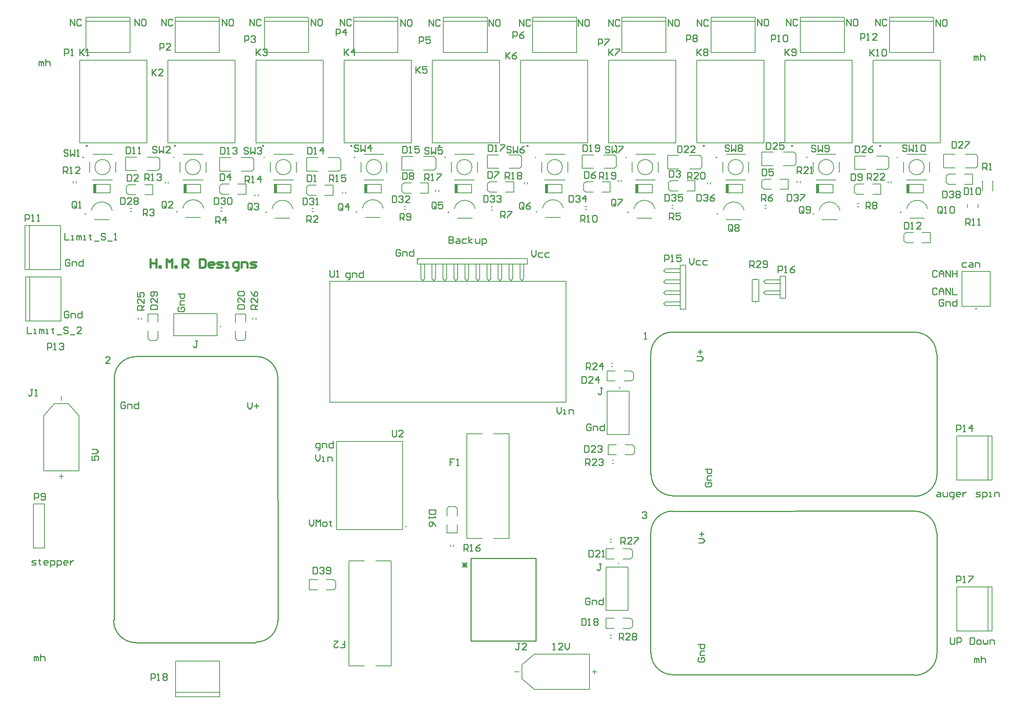
<source format=gbr>
%TF.GenerationSoftware,Altium Limited,Altium Designer,22.1.2 (22)*%
G04 Layer_Color=65535*
%FSLAX45Y45*%
%MOMM*%
%TF.SameCoordinates,97720CCC-B93B-4F85-99AC-C394CD96EF65*%
%TF.FilePolarity,Positive*%
%TF.FileFunction,Legend,Top*%
%TF.Part,Single*%
G01*
G75*
%TA.AperFunction,NonConductor*%
%ADD77C,0.30000*%
%ADD78C,0.20000*%
%ADD79C,0.12700*%
%ADD80C,0.25400*%
%ADD81C,0.50000*%
%ADD82R,0.80000X1.90000*%
D77*
X4363800Y3132900D02*
G03*
X4363800Y3132900I-10000J0D01*
G01*
X-3764200D02*
G03*
X-3764200Y3132900I-10000J0D01*
G01*
X-5796200D02*
G03*
X-5796200Y3132900I-10000J0D01*
G01*
X-11892200D02*
G03*
X-11892200Y3132900I-10000J0D01*
G01*
X2331800D02*
G03*
X2331800Y3132900I-10000J0D01*
G01*
X-3563700Y1612900D02*
G03*
X-3563700Y1612900I-5000J0D01*
G01*
X-13964999Y1562100D02*
G03*
X-13964999Y1562100I-5000J0D01*
G01*
X-11856800Y1611925D02*
G03*
X-11856800Y1611925I-5000J0D01*
G01*
X-9799400Y1600200D02*
G03*
X-9799400Y1600200I-5000J0D01*
G01*
X-7716600Y1612900D02*
G03*
X-7716600Y1612900I-5000J0D01*
G01*
X-1455500Y1600200D02*
G03*
X-1455500Y1600200I-5000J0D01*
G01*
X4831000D02*
G03*
X4831000Y1600200I-5000J0D01*
G01*
X-5595700D02*
G03*
X-5595700Y1600200I-5000J0D01*
G01*
X601900Y1562100D02*
G03*
X601900Y1562100I-5000J0D01*
G01*
X2811700D02*
G03*
X2811700Y1562100I-5000J0D01*
G01*
X-1732200Y3132900D02*
G03*
X-1732200Y3132900I-10000J0D01*
G01*
X299800D02*
G03*
X299800Y3132900I-10000J0D01*
G01*
X-13924200D02*
G03*
X-13924200Y3132900I-10000J0D01*
G01*
X-9860200D02*
G03*
X-9860200Y3132900I-10000J0D01*
G01*
X-7828200D02*
G03*
X-7828200Y3132900I-10000J0D01*
G01*
D78*
X-7750466Y2866600D02*
G03*
X-7750466Y2866600I-10000J0D01*
G01*
X-6566800Y-5644000D02*
G03*
X-6566800Y-5644000I-10000J0D01*
G01*
X6575900Y-622300D02*
G03*
X6575900Y-622300I-10000J0D01*
G01*
X-10838400Y-1032090D02*
G03*
X-10838400Y-1032090I-10000J0D01*
G01*
X2674755Y2866600D02*
G03*
X2674755Y2866600I-10000J0D01*
G01*
X589711D02*
G03*
X589711Y2866600I-10000J0D01*
G01*
X-1495334D02*
G03*
X-1495334Y2866600I-10000J0D01*
G01*
X-3580378D02*
G03*
X-3580378Y2866600I-10000J0D01*
G01*
X-5665422D02*
G03*
X-5665422Y2866600I-10000J0D01*
G01*
X-9835510D02*
G03*
X-9835510Y2866600I-10000J0D01*
G01*
X-11920554D02*
G03*
X-11920554Y2866600I-10000J0D01*
G01*
X-14005598D02*
G03*
X-14005598Y2866600I-10000J0D01*
G01*
X4759799D02*
G03*
X4759799Y2866600I-10000J0D01*
G01*
X-1663010Y-6495500D02*
G03*
X-1663010Y-6495500I-10000J0D01*
G01*
X-1637610Y-2444200D02*
G03*
X-1637610Y-2444200I-10000J0D01*
G01*
X1485900Y50800D02*
Y73660D01*
Y-480060D02*
Y-457200D01*
Y50800D02*
X1562100D01*
Y-457200D02*
Y50800D01*
X1409700Y-457200D02*
X1562100D01*
X1409700D02*
Y50800D01*
X1485900D01*
X-1574360Y-7759000D02*
X-1404360D01*
X-1404360Y-7989000D02*
X-1354360Y-7949000D01*
X-1404360Y-7759000D02*
X-1354360Y-7799000D01*
X-1574360Y-7989000D02*
X-1404360D01*
X-1354360Y-7949000D02*
Y-7799000D01*
X-1964360Y-7989000D02*
Y-7759000D01*
X-1774360D01*
X-1964360Y-7989000D02*
X-1774360D01*
X-6311900Y406400D02*
Y533400D01*
Y406400D02*
X-3771900D01*
Y533400D01*
X-6227232Y67734D02*
Y406400D01*
Y67734D02*
X-6184900Y25400D01*
X-6142566Y67734D01*
Y406400D01*
X-5973232Y67734D02*
Y406400D01*
Y67734D02*
X-5930900Y25400D01*
X-5888566Y67734D01*
Y406400D01*
X-5719232Y67734D02*
Y406400D01*
Y67734D02*
X-5676900Y25400D01*
X-5634566Y67734D01*
Y406400D01*
X-5465232Y67734D02*
Y406400D01*
Y67734D02*
X-5422900Y25400D01*
X-5380566Y67734D01*
Y406400D01*
X-5211232Y67734D02*
Y406400D01*
Y67734D02*
X-5168900Y25400D01*
X-5126566Y67734D01*
Y406400D01*
X-4957234Y67734D02*
Y406400D01*
Y67734D02*
X-4914900Y25400D01*
X-4872568Y67734D01*
Y406400D01*
X-4703234Y67734D02*
Y406400D01*
Y67734D02*
X-4660900Y25400D01*
X-4618568Y67734D01*
Y406400D01*
X-4449234Y67734D02*
Y406400D01*
Y67734D02*
X-4406900Y25400D01*
X-4364568Y67734D01*
Y406400D01*
X-4195234Y67734D02*
Y406400D01*
Y67734D02*
X-4152900Y25400D01*
X-4110568Y67734D01*
Y406400D01*
X-3941234Y67734D02*
Y406400D01*
Y67734D02*
X-3898900Y25400D01*
X-3856568Y67734D01*
Y406400D01*
X-6311900Y533400D02*
X-6121400D01*
X-6311900Y491068D02*
X-6269566Y533400D01*
X-6121400D02*
X-3771900D01*
X-1523560Y-3758500D02*
X-1353560D01*
X-1353560Y-3988500D02*
X-1303560Y-3948500D01*
X-1353560Y-3758500D02*
X-1303560Y-3798500D01*
X-1523560Y-3988500D02*
X-1353560D01*
X-1303560Y-3948500D02*
Y-3798500D01*
X-1913560Y-3988500D02*
Y-3758500D01*
X-1723560D01*
X-1913560Y-3988500D02*
X-1723560D01*
X2046000Y-381000D02*
Y127000D01*
Y-381000D02*
X2173000D01*
X2046000Y127000D02*
X2173000D01*
Y-381000D02*
Y127000D01*
X1707334Y42332D02*
X2046000D01*
X1665000Y0D02*
X1707334Y42332D01*
X1665000Y0D02*
X1707334Y-42334D01*
X1707334Y-42334D02*
X2046000D01*
X1707334Y-211666D02*
X2046000D01*
X1665000Y-254000D02*
X1707334Y-211666D01*
X1665000Y-254000D02*
X1707334Y-296332D01*
X2046000D01*
X6952600Y2089800D02*
Y2329800D01*
X6712600Y2089800D02*
Y2329800D01*
X-10106100Y-870900D02*
Y-830900D01*
X-10036100Y-870900D02*
Y-830900D01*
X-5476800Y-6102100D02*
Y-6062100D01*
X-5546800Y-6102100D02*
Y-6062100D01*
X-1964360Y-6388800D02*
X-1774360D01*
X-1964360Y-6158800D02*
X-1774360D01*
X-1964360Y-6388800D02*
Y-6158800D01*
X-1354360Y-6348800D02*
Y-6198800D01*
X-1574360Y-6388800D02*
X-1404360D01*
Y-6158800D02*
X-1354360Y-6198800D01*
X-1404360Y-6388800D02*
X-1354360Y-6348800D01*
X-1574360Y-6158800D02*
X-1404360D01*
X-1874200Y-6004000D02*
X-1834200D01*
X-1874200Y-5934000D02*
X-1834200D01*
X-1874200Y-8213800D02*
X-1834200D01*
X-1874200Y-8143800D02*
X-1834200D01*
X-5396800Y-5789100D02*
Y-5599100D01*
X-5626800Y-5789100D02*
Y-5599100D01*
Y-5789100D02*
X-5396800D01*
X-5586800Y-5179100D02*
X-5436800D01*
X-5396800Y-5399100D02*
Y-5229100D01*
X-5626800D02*
X-5586800Y-5179100D01*
X-5436800D02*
X-5396800Y-5229100D01*
X-5626800Y-5399100D02*
Y-5229100D01*
X-1823400Y-4187900D02*
X-1783400D01*
X-1823400Y-4117900D02*
X-1783400D01*
X-1848800Y-1952700D02*
X-1808800D01*
X-1848800Y-1882700D02*
X-1808800D01*
X-1548960Y-2056700D02*
X-1378960D01*
X-1378960Y-2286700D02*
X-1328960Y-2246700D01*
X-1378960Y-2056700D02*
X-1328960Y-2096700D01*
X-1548960Y-2286700D02*
X-1378960D01*
X-1328960Y-2246700D02*
Y-2096700D01*
X-1938960Y-2286700D02*
Y-2056700D01*
X-1748960D01*
X-1938960Y-2286700D02*
X-1748960D01*
X-12522900Y-930740D02*
Y-740740D01*
X-12292900Y-930740D02*
Y-740740D01*
X-12522900D02*
X-12292900D01*
X-12482900Y-1350740D02*
X-12332900D01*
X-12522900Y-1300740D02*
Y-1130740D01*
X-12332900Y-1350740D02*
X-12292900Y-1300740D01*
X-12522900D02*
X-12482900Y-1350740D01*
X-12292900Y-1300740D02*
Y-1130740D01*
X-10503600Y-930740D02*
Y-740740D01*
X-10273600Y-930740D02*
Y-740740D01*
X-10503600D02*
X-10273600D01*
X-10463600Y-1350740D02*
X-10313600D01*
X-10503600Y-1300740D02*
Y-1130740D01*
X-10313600Y-1350740D02*
X-10273600Y-1300740D01*
X-10503600D02*
X-10463600Y-1350740D01*
X-10273600Y-1300740D02*
Y-1130740D01*
X1626600Y2677100D02*
Y2987100D01*
X2371600Y2677100D02*
X2416600Y2722100D01*
X2371600Y2987100D02*
X2416600Y2942100D01*
Y2722100D02*
Y2942100D01*
X1626600Y2677100D02*
X1886600D01*
X1626600Y2987100D02*
X1886600D01*
X2126600D02*
X2371600D01*
X2126600Y2677100D02*
X2371600D01*
X3268400Y2051300D02*
Y2241300D01*
X2878400Y2051300D02*
X3268400D01*
X2878400Y2241300D02*
X3268400D01*
X1185600Y2051300D02*
Y2241300D01*
X795600Y2051300D02*
X1185600D01*
X795600Y2241300D02*
X1185600D01*
X-545100Y2600900D02*
Y2910900D01*
X199900Y2600900D02*
X244900Y2645900D01*
X199900Y2910900D02*
X244900Y2865900D01*
Y2645900D02*
Y2865900D01*
X-545100Y2600900D02*
X-285100D01*
X-545100Y2910900D02*
X-285100D01*
X-45100D02*
X199900D01*
X-45100Y2600900D02*
X199900D01*
X-8036000Y2037400D02*
Y2077400D01*
X-7966000Y2037400D02*
Y2077400D01*
X-14246300Y2278700D02*
Y2318700D01*
X-14176300Y2278700D02*
Y2318700D01*
X-10055300Y1973900D02*
Y2013900D01*
X-9985300Y1973900D02*
Y2013900D01*
X-12125400Y2266000D02*
Y2306000D01*
X-12055400Y2266000D02*
Y2306000D01*
X-13394000Y2051300D02*
Y2241300D01*
X-13784000Y2051300D02*
X-13394000D01*
X-13784000Y2241300D02*
X-13394000D01*
X-12937100Y1686000D02*
X-12897099D01*
X-12937100Y1616000D02*
X-12897099D01*
X-8744900Y1686000D02*
X-8704900D01*
X-8744900Y1616000D02*
X-8704900D01*
X6609700Y1707900D02*
Y1787900D01*
X6369700Y1707900D02*
Y1787900D01*
X-2445700Y1736800D02*
X-2405700D01*
X-2445700Y1666800D02*
X-2405700D01*
X-11311200Y2051300D02*
Y2241300D01*
X-11701200Y2051300D02*
X-11311200D01*
X-11701200Y2241300D02*
X-11311200D01*
X-10854300Y1698700D02*
X-10814300D01*
X-10854300Y1628700D02*
X-10814300D01*
X-451800Y1762200D02*
X-411800D01*
X-451800Y1692200D02*
X-411800D01*
X-4617400Y1724100D02*
X-4577400D01*
X-4617400Y1654100D02*
X-4577400D01*
X-6624000Y1736800D02*
X-6584000D01*
X-6624000Y1666800D02*
X-6584000D01*
X3828100Y1800300D02*
X3868100D01*
X3828100Y1730300D02*
X3868100D01*
X-897200Y2051300D02*
Y2241300D01*
X-1287200Y2051300D02*
X-897200D01*
X-1287200Y2241300D02*
X-897200D01*
X-2980000Y2051300D02*
Y2241300D01*
X-3370000Y2051300D02*
X-2980000D01*
X-3370000Y2241300D02*
X-2980000D01*
X-5062800Y2051300D02*
Y2241300D01*
X-5452800Y2051300D02*
X-5062800D01*
X-5452800Y2241300D02*
X-5062800D01*
X-7145600Y2051300D02*
Y2241300D01*
X-7535600Y2051300D02*
X-7145600D01*
X-7535600Y2241300D02*
X-7145600D01*
X-1686000Y2304100D02*
Y2344100D01*
X-1616000Y2304100D02*
Y2344100D01*
X-3845000Y2253300D02*
Y2293300D01*
X-3775000Y2253300D02*
Y2293300D01*
X4179500Y2248600D02*
X4369500D01*
X4179500Y2018600D02*
X4369500D01*
Y2248600D01*
X3759500Y2058600D02*
Y2208600D01*
X3809500Y2248600D02*
X3979500D01*
X3759500Y2058600D02*
X3809500Y2018600D01*
X3759500Y2208600D02*
X3809500Y2248600D01*
X3809500Y2018600D02*
X3979500D01*
X-5889700Y2076700D02*
Y2116700D01*
X-5819700Y2076700D02*
Y2116700D01*
X-12747700Y-870900D02*
Y-830900D01*
X-12677700Y-870900D02*
Y-830900D01*
X-8803326Y-7100000D02*
X-8613325D01*
X-8803326Y-6870000D02*
X-8613326D01*
X-8803326Y-7100000D02*
Y-6870000D01*
X-8193325Y-7060000D02*
Y-6910000D01*
X-8413326Y-7100000D02*
X-8243325D01*
Y-6870000D02*
X-8193325Y-6910000D01*
X-8243325Y-7100000D02*
X-8193325Y-7060000D01*
X-8413326Y-6870000D02*
X-8243326D01*
X6297600Y2477200D02*
X6487600D01*
X6297600Y2247200D02*
X6487600D01*
Y2477200D01*
X5877600Y2287200D02*
Y2437200D01*
X5927600Y2477200D02*
X6097600D01*
X5877600Y2287200D02*
X5927600Y2247200D01*
X5877600Y2437200D02*
X5927600Y2477200D01*
X5927600Y2247200D02*
X6097600D01*
X371400Y2253300D02*
Y2293300D01*
X441400Y2253300D02*
Y2293300D01*
X-9228400Y2051300D02*
Y2241300D01*
X-9618400Y2051300D02*
X-9228400D01*
X-9618400Y2241300D02*
X-9228400D01*
X5351200Y2051300D02*
Y2241300D01*
X4961200Y2051300D02*
X5351200D01*
X4961200Y2241300D02*
X5351200D01*
X4537000Y2278700D02*
Y2318700D01*
X4607000Y2278700D02*
Y2318700D01*
X5817600Y2626300D02*
Y2936300D01*
X6562600Y2626300D02*
X6607600Y2671300D01*
X6562600Y2936300D02*
X6607600Y2891300D01*
Y2671300D02*
Y2891300D01*
X5817600Y2626300D02*
X6077600D01*
X5817600Y2936300D02*
X6077600D01*
X6317600D02*
X6562600D01*
X6317600Y2626300D02*
X6562600D01*
X-127000Y-635000D02*
Y381000D01*
X-592666Y-550332D02*
X-254000D01*
X-635000Y-508000D02*
X-592666Y-550332D01*
X-635000Y-508000D02*
X-592666Y-465666D01*
X-254000D01*
X-592666Y-296332D02*
X-254000D01*
X-635000Y-254000D02*
X-592666Y-296332D01*
X-635000Y-254000D02*
X-592666Y-211666D01*
X-254000D01*
X-592666Y-42334D02*
X-254000D01*
X-635000Y0D02*
X-592666Y-42334D01*
X-635000Y0D02*
X-592666Y42332D01*
X-254000D01*
X-592666Y211666D02*
X-254000D01*
X-635000Y254000D02*
X-592666Y211666D01*
X-635000Y254000D02*
X-592666Y296332D01*
X-254000D01*
Y381000D02*
X-127000D01*
X-254000Y-635000D02*
X-127000D01*
X-254000D02*
Y381000D01*
X-15163800Y-5118100D02*
X-14909801D01*
Y-6134100D02*
Y-5118100D01*
X-15163800Y-6134100D02*
Y-5118100D01*
Y-6134100D02*
X-14909801D01*
X1694500Y1692200D02*
X1734500D01*
X1694500Y1762200D02*
X1734500D01*
X-12970000Y2005900D02*
X-12800000D01*
X-13020000Y2195900D02*
X-12970000Y2235900D01*
X-13020000Y2045900D02*
X-12970000Y2005900D01*
Y2235900D02*
X-12800000D01*
X-13020000Y2045900D02*
Y2195900D01*
X-12410000Y2005900D02*
Y2235900D01*
X-12600000Y2005900D02*
X-12410000D01*
X-12600000Y2235900D02*
X-12410000D01*
X-8817100Y1993200D02*
X-8647100D01*
X-8867100Y2183200D02*
X-8817100Y2223200D01*
X-8867100Y2033200D02*
X-8817100Y1993200D01*
Y2223200D02*
X-8647100D01*
X-8867100Y2033200D02*
Y2183200D01*
X-8257100Y1993200D02*
Y2223200D01*
X-8447100Y1993200D02*
X-8257100D01*
X-8447100Y2223200D02*
X-8257100D01*
X-473200Y2094800D02*
X-303200D01*
X-523200Y2284800D02*
X-473200Y2324800D01*
X-523200Y2134800D02*
X-473200Y2094800D01*
Y2324800D02*
X-303200D01*
X-523200Y2134800D02*
Y2284800D01*
X86800Y2094800D02*
Y2324800D01*
X-103200Y2094800D02*
X86800D01*
X-103200Y2324800D02*
X86800D01*
X-10823700Y2018600D02*
X-10653700D01*
X-10873700Y2208600D02*
X-10823700Y2248600D01*
X-10873700Y2058600D02*
X-10823700Y2018600D01*
Y2248600D02*
X-10653700D01*
X-10873700Y2058600D02*
Y2208600D01*
X-10263700Y2018600D02*
Y2248600D01*
X-10453700Y2018600D02*
X-10263700D01*
X-10453700Y2248600D02*
X-10263700D01*
X1673100Y2132900D02*
X1843100D01*
X1623100Y2322900D02*
X1673100Y2362900D01*
X1623100Y2172900D02*
X1673100Y2132900D01*
Y2362900D02*
X1843100D01*
X1623100Y2172900D02*
Y2322900D01*
X2233100Y2132900D02*
Y2362900D01*
X2043100Y2132900D02*
X2233100D01*
X2043100Y2362900D02*
X2233100D01*
X-6620000Y2044000D02*
X-6450000D01*
X-6670000Y2234000D02*
X-6620000Y2274000D01*
X-6670000Y2084000D02*
X-6620000Y2044000D01*
Y2274000D02*
X-6450000D01*
X-6670000Y2084000D02*
Y2234000D01*
X-6060000Y2044000D02*
Y2274000D01*
X-6250000Y2044000D02*
X-6060000D01*
X-6250000Y2274000D02*
X-6060000D01*
X-4651500Y2069400D02*
X-4481500D01*
X-4701500Y2259400D02*
X-4651500Y2299400D01*
X-4701500Y2109400D02*
X-4651500Y2069400D01*
Y2299400D02*
X-4481500D01*
X-4701500Y2109400D02*
Y2259400D01*
X-4091500Y2069400D02*
Y2299400D01*
X-4281500Y2069400D02*
X-4091500D01*
X-4281500Y2299400D02*
X-4091500D01*
X-2429000Y2069400D02*
X-2259000D01*
X-2479000Y2259400D02*
X-2429000Y2299400D01*
X-2479000Y2109400D02*
X-2429000Y2069400D01*
Y2299400D02*
X-2259000D01*
X-2479000Y2109400D02*
Y2259400D01*
X-1869000Y2069400D02*
Y2299400D01*
X-2059000Y2069400D02*
X-1869000D01*
X-2059000Y2299400D02*
X-1869000D01*
X-12541900Y2562800D02*
X-12296900D01*
X-12541900Y2872800D02*
X-12296900D01*
X-13041901D02*
X-12781900D01*
X-13041901Y2562800D02*
X-12781900D01*
X-12251900Y2607800D02*
Y2827800D01*
X-12296900Y2872800D02*
X-12251900Y2827800D01*
X-12296900Y2562800D02*
X-12251900Y2607800D01*
X-13041901Y2562800D02*
Y2872800D01*
X4949700Y901000D02*
X5119700D01*
X4899700Y1091000D02*
X4949700Y1131000D01*
X4899700Y941000D02*
X4949700Y901000D01*
Y1131000D02*
X5119700D01*
X4899700Y941000D02*
Y1091000D01*
X5509700Y901000D02*
Y1131000D01*
X5319700Y901000D02*
X5509700D01*
X5319700Y1131000D02*
X5509700D01*
X-10370200Y2550100D02*
X-10125200D01*
X-10370200Y2860100D02*
X-10125200D01*
X-10870200D02*
X-10610200D01*
X-10870200Y2550100D02*
X-10610200D01*
X-10080200Y2595100D02*
Y2815100D01*
X-10125200Y2860100D02*
X-10080200Y2815100D01*
X-10125200Y2550100D02*
X-10080200Y2595100D01*
X-10870200Y2550100D02*
Y2860100D01*
X-8363600Y2550100D02*
X-8118600D01*
X-8363600Y2860100D02*
X-8118600D01*
X-8863600D02*
X-8603600D01*
X-8863600Y2550100D02*
X-8603600D01*
X-8073600Y2595100D02*
Y2815100D01*
X-8118600Y2860100D02*
X-8073600Y2815100D01*
X-8118600Y2550100D02*
X-8073600Y2595100D01*
X-8863600Y2550100D02*
Y2860100D01*
X-6170100Y2575500D02*
X-5925100D01*
X-6170100Y2885500D02*
X-5925100D01*
X-6670100D02*
X-6410100D01*
X-6670100Y2575500D02*
X-6410100D01*
X-5880100Y2620500D02*
Y2840500D01*
X-5925100Y2885500D02*
X-5880100Y2840500D01*
X-5925100Y2575500D02*
X-5880100Y2620500D01*
X-6670100Y2575500D02*
Y2885500D01*
X-4198000Y2613600D02*
X-3953000D01*
X-4198000Y2923600D02*
X-3953000D01*
X-4698000D02*
X-4438000D01*
X-4698000Y2613600D02*
X-4438000D01*
X-3908000Y2658600D02*
Y2878600D01*
X-3953000Y2923600D02*
X-3908000Y2878600D01*
X-3953000Y2613600D02*
X-3908000Y2658600D01*
X-4698000Y2613600D02*
Y2923600D01*
X-2013600Y2613600D02*
X-1768600D01*
X-2013600Y2923600D02*
X-1768600D01*
X-2513600D02*
X-2253600D01*
X-2513600Y2613600D02*
X-2253600D01*
X-1723600Y2658600D02*
Y2878600D01*
X-1768600Y2923600D02*
X-1723600Y2878600D01*
X-1768600Y2613600D02*
X-1723600Y2658600D01*
X-2513600Y2613600D02*
Y2923600D01*
X2511500Y2278700D02*
Y2318700D01*
X2441500Y2278700D02*
Y2318700D01*
X4263800Y2588200D02*
X4508800D01*
X4263800Y2898200D02*
X4508800D01*
X3763800D02*
X4023800D01*
X3763800Y2588200D02*
X4023800D01*
X4553800Y2633200D02*
Y2853200D01*
X4508800Y2898200D02*
X4553800Y2853200D01*
X4508800Y2588200D02*
X4553800Y2633200D01*
X3763800Y2588200D02*
Y2898200D01*
D79*
X-7140466Y2641600D02*
G03*
X-7140466Y2641600I-175500J0D01*
G01*
X3284755D02*
G03*
X3284755Y2641600I-175500J0D01*
G01*
X1199711D02*
G03*
X1199711Y2641600I-175500J0D01*
G01*
X-885334D02*
G03*
X-885334Y2641600I-175500J0D01*
G01*
X-2970378D02*
G03*
X-2970378Y2641600I-175500J0D01*
G01*
X-5055422D02*
G03*
X-5055422Y2641600I-175500J0D01*
G01*
X-9225510D02*
G03*
X-9225510Y2641600I-175500J0D01*
G01*
X-11310554D02*
G03*
X-11310554Y2641600I-175500J0D01*
G01*
X-13395598D02*
G03*
X-13395598Y2641600I-175500J0D01*
G01*
X-2946888Y1695003D02*
G03*
X-3428512Y1695003I-240812J-51186D01*
G01*
X-13348187Y1644203D02*
G03*
X-13829813Y1644203I-240812J-51186D01*
G01*
X-11239988Y1694029D02*
G03*
X-11721612Y1694029I-240812J-51186D01*
G01*
X-9182588Y1682303D02*
G03*
X-9664212Y1682303I-240812J-51186D01*
G01*
X-7099788Y1695003D02*
G03*
X-7581412Y1695003I-240812J-51186D01*
G01*
X-838688Y1682303D02*
G03*
X-1320312Y1682303I-240812J-51186D01*
G01*
X5447812D02*
G03*
X4966188Y1682303I-240812J-51186D01*
G01*
X-4978888D02*
G03*
X-5460512Y1682303I-240812J-51186D01*
G01*
X1218712Y1644203D02*
G03*
X737088Y1644203I-240812J-51186D01*
G01*
X3428512D02*
G03*
X2946888Y1644203I-240812J-51186D01*
G01*
X5369799Y2641600D02*
G03*
X5369799Y2641600I-175500J0D01*
G01*
X5740700Y3197900D02*
Y5107900D01*
X4190700D02*
X5740700D01*
X4190700Y3197900D02*
Y5107900D01*
Y3197900D02*
X5740700D01*
X-7615466Y2526600D02*
Y2756600D01*
X-7545966Y2342100D02*
X-7085966D01*
X-7015966Y2526600D02*
Y2756600D01*
X-7535966Y2941100D02*
X-7085966D01*
X-2387300Y3197900D02*
Y5107900D01*
X-3937300D02*
X-2387300D01*
X-3937300Y3197900D02*
Y5107900D01*
Y3197900D02*
X-2387300D01*
X-4419300D02*
Y5107900D01*
X-5969300D02*
X-4419300D01*
X-5969300Y3197900D02*
Y5107900D01*
Y3197900D02*
X-4419300D01*
X-12065300D02*
X-10515300D01*
X-12065300D02*
Y5107900D01*
X-10515300D01*
Y3197900D02*
Y5107900D01*
X-8178800Y-5715000D02*
X-6654800D01*
X-8178800D02*
Y-3683000D01*
X-6654800D01*
Y-5715000D02*
Y-3683000D01*
X6240900Y-569100D02*
Y238900D01*
X6890900D01*
Y-569100D02*
Y238900D01*
X6240900Y-569100D02*
X6890900D01*
X4571999Y5279600D02*
X5587999D01*
X4571999D02*
Y5999600D01*
Y6099600D01*
X5587999D01*
Y5999600D02*
Y6099600D01*
Y5279600D02*
Y5999600D01*
X4571999D02*
X5587999D01*
X2513817Y5279600D02*
X3529817D01*
X2513817D02*
Y5999600D01*
Y6099600D01*
X3529817D01*
Y5999600D02*
Y6099600D01*
Y5279600D02*
Y5999600D01*
X2513817D02*
X3529817D01*
X455635D02*
X1471635D01*
Y5279600D02*
Y5999600D01*
Y6099600D01*
X455635D02*
X1471635D01*
X455635Y5999600D02*
Y6099600D01*
Y5279600D02*
Y5999600D01*
Y5279600D02*
X1471635D01*
X-10928400Y-1247090D02*
Y-737090D01*
X-11928400D02*
X-10928400D01*
X-11928400Y-1247090D02*
Y-737090D01*
Y-1247090D02*
X-10928400D01*
X-5171300Y-5919700D02*
Y-3503700D01*
X-4201300Y-5919700D02*
Y-3503700D01*
X-5171300Y-5919700D02*
X-4818300D01*
X-4554300D02*
X-4201300D01*
X-5171300Y-3503700D02*
X-4818300D01*
X-4554300D02*
X-4201300D01*
X-14525200Y-901700D02*
Y114300D01*
X-15245200Y-901700D02*
X-14525200D01*
X-15345200D02*
X-15245200D01*
X-15345200D02*
Y114300D01*
X-15245200D01*
X-14525200D01*
X-15245200Y-901700D02*
Y114300D01*
X-11887200Y-9466700D02*
X-10871200D01*
X-11887200D02*
Y-8746700D01*
Y-9566700D02*
Y-9466700D01*
Y-9566700D02*
X-10871200D01*
Y-9466700D01*
Y-8746700D01*
X-11887200D02*
X-10871200D01*
X-14517999Y-2736800D02*
Y-2636800D01*
X-14358000Y-2811800D02*
X-14113000Y-3091800D01*
X-14923000D02*
X-14678000Y-2811800D01*
X-14567999Y-4486800D02*
X-14467999D01*
X-14517999Y-4536800D02*
Y-4436800D01*
X-14923000Y-4361800D02*
X-14113000D01*
Y-3091800D01*
X-14678000Y-2811800D02*
X-14358000D01*
X-14923000Y-4361800D02*
Y-3091800D01*
X-13951640Y5279600D02*
X-12935640D01*
X-13951640D02*
Y5999600D01*
Y6099600D01*
X-12935640D01*
Y5999600D02*
Y6099600D01*
Y5279600D02*
Y5999600D01*
X-13951640D02*
X-12935640D01*
X-11893458Y5279600D02*
X-10877458D01*
X-11893458D02*
Y5999600D01*
Y6099600D01*
X-10877458D01*
Y5999600D02*
Y6099600D01*
Y5279600D02*
Y5999600D01*
X-11893458D02*
X-10877458D01*
X-9835275Y5279600D02*
X-8819275D01*
X-9835275D02*
Y5999600D01*
Y6099600D01*
X-8819275D01*
Y5999600D02*
Y6099600D01*
Y5279600D02*
Y5999600D01*
X-9835275D02*
X-8819275D01*
X-7777093D02*
X-6761093D01*
Y5279600D02*
Y5999600D01*
Y6099600D01*
X-7777093D02*
X-6761093D01*
X-7777093Y5999600D02*
Y6099600D01*
Y5279600D02*
Y5999600D01*
Y5279600D02*
X-6761093D01*
X-5718911D02*
X-4702911D01*
X-5718911D02*
Y5999600D01*
Y6099600D01*
X-4702911D01*
Y5999600D02*
Y6099600D01*
Y5279600D02*
Y5999600D01*
X-5718911D02*
X-4702911D01*
X-3660729Y5279600D02*
X-2644729D01*
X-3660729D02*
Y5999600D01*
Y6099600D01*
X-2644729D01*
Y5999600D02*
Y6099600D01*
Y5279600D02*
Y5999600D01*
X-3660729D02*
X-2644729D01*
X-1602547Y5279600D02*
X-586547D01*
X-1602547D02*
Y5999600D01*
Y6099600D01*
X-586547D01*
Y5999600D02*
Y6099600D01*
Y5279600D02*
Y5999600D01*
X-1602547D02*
X-586547D01*
X2889255Y2941100D02*
X3339255D01*
X3409255Y2526600D02*
Y2756600D01*
X2879255Y2342100D02*
X3339255D01*
X2809755Y2526600D02*
Y2756600D01*
X2158700Y3197900D02*
X3708700D01*
X2158700D02*
Y5107900D01*
X3708700D01*
Y3197900D02*
Y5107900D01*
X804210Y2941100D02*
X1254211D01*
X1324210Y2526600D02*
Y2756600D01*
X794211Y2342100D02*
X1254211D01*
X724711Y2526600D02*
Y2756600D01*
X-1280834Y2941100D02*
X-830833D01*
X-760834Y2526600D02*
Y2756600D01*
X-1290834Y2342100D02*
X-830833D01*
X-1360334Y2526600D02*
Y2756600D01*
X-3445378Y2526600D02*
Y2756600D01*
X-3375878Y2342100D02*
X-2915878D01*
X-2845878Y2526600D02*
Y2756600D01*
X-3365878Y2941100D02*
X-2915878D01*
X-5530422Y2526600D02*
Y2756600D01*
X-5460922Y2342100D02*
X-5000922D01*
X-4930922Y2526600D02*
Y2756600D01*
X-5450922Y2941100D02*
X-5000922D01*
X-9621010D02*
X-9171010D01*
X-9101010Y2526600D02*
Y2756600D01*
X-9631010Y2342100D02*
X-9171010D01*
X-9700510Y2526600D02*
Y2756600D01*
X-11785554Y2526600D02*
Y2756600D01*
X-11716054Y2342100D02*
X-11256054D01*
X-11186054Y2526600D02*
Y2756600D01*
X-11706054Y2941100D02*
X-11256054D01*
X-13791098D02*
X-13341098D01*
X-13271098Y2526600D02*
Y2756600D01*
X-13801099Y2342100D02*
X-13341098D01*
X-13870598Y2526600D02*
Y2756600D01*
X-3359200Y1479900D02*
X-3016200D01*
X-13760500Y1429100D02*
X-13417500D01*
X-11652300Y1478925D02*
X-11309300D01*
X-9594900Y1467200D02*
X-9251900D01*
X-7512100Y1479900D02*
X-7169100D01*
X-1251000Y1467200D02*
X-908000D01*
X5035500D02*
X5378500D01*
X-5391200D02*
X-5048200D01*
X806400Y1429100D02*
X1149400D01*
X3016200D02*
X3359200D01*
X4894799Y2526600D02*
Y2756600D01*
X4964299Y2342100D02*
X5424299D01*
X5494299Y2526600D02*
Y2756600D01*
X4974299Y2941100D02*
X5424299D01*
X-3619200Y-9394600D02*
X-2349200D01*
X-3899200Y-9149600D02*
Y-8829600D01*
X-3619200Y-8584600D02*
X-2349200D01*
Y-9394600D02*
Y-8584600D01*
X-2274200Y-8989600D02*
X-2174200D01*
X-2224200Y-9039600D02*
Y-8939600D01*
X-3899200Y-9149600D02*
X-3619200Y-9394600D01*
X-3899200Y-8829600D02*
X-3619200Y-8584600D01*
X-4074200Y-8989600D02*
X-3974200D01*
X-1905300Y3197900D02*
X-355300D01*
X-1905300D02*
Y5107900D01*
X-355300D01*
Y3197900D02*
Y5107900D01*
X126700Y3197900D02*
X1676700D01*
X126700D02*
Y5107900D01*
X1676700D01*
Y3197900D02*
Y5107900D01*
X-12547300Y3197900D02*
Y5107900D01*
X-14097301D02*
X-12547300D01*
X-14097301Y3197900D02*
Y5107900D01*
Y3197900D02*
X-12547300D01*
X-10033300D02*
X-8483300D01*
X-10033300D02*
Y5107900D01*
X-8483300D01*
Y3197900D02*
Y5107900D01*
X-8001300Y3197900D02*
X-6451300D01*
X-8001300D02*
Y5107900D01*
X-6451300D01*
Y3197900D02*
Y5107900D01*
X-7272100Y-6437400D02*
X-6919100D01*
X-7889100D02*
X-7536100D01*
X-7272100Y-8853400D02*
X-6919100D01*
X-7889100D02*
X-7536100D01*
X-6919100D02*
Y-6437400D01*
X-7889100Y-8853400D02*
Y-6437400D01*
X6117800Y-8051800D02*
Y-7035800D01*
X6837800D01*
X6937800D01*
Y-8051800D02*
Y-7035800D01*
X6837800Y-8051800D02*
X6937800D01*
X6117800D02*
X6837800D01*
Y-7035800D01*
X-14537900Y279400D02*
Y1295400D01*
X-15257899Y279400D02*
X-14537900D01*
X-15357899D02*
X-15257899D01*
X-15357899D02*
Y1295400D01*
X-15257899D01*
X-14537900D01*
X-15257899Y279400D02*
Y1295400D01*
X6117800Y-4572000D02*
Y-3556000D01*
X6837800D01*
X6937800D01*
Y-4572000D02*
Y-3556000D01*
X6837800Y-4572000D02*
X6937800D01*
X6117800D02*
X6837800D01*
Y-3556000D01*
X-8328400Y-2779300D02*
X-2888400D01*
X-8328400D02*
Y10700D01*
X-2888400D01*
Y-2779300D02*
Y10700D01*
X-1458010Y-7575500D02*
Y-6575500D01*
X-1968010Y-7575500D02*
X-1458010D01*
X-1968010D02*
Y-6575500D01*
X-1458010D01*
X-1432610Y-3524200D02*
Y-2524200D01*
X-1942610Y-3524200D02*
X-1432610D01*
X-1942610D02*
Y-2524200D01*
X-1432610D01*
D80*
X-432859Y-5287506D02*
G03*
X-931360Y-5778693I4065J-502681D01*
G01*
X5652006Y-5791183D02*
G03*
X5156242Y-5290710I-499806J683D01*
G01*
X5143613Y-9073773D02*
G03*
X5665544Y-8559780I8587J513273D01*
G01*
X-925786Y-8559784D02*
G03*
X-431827Y-9058470I497986J-716D01*
G01*
X-9529306Y-2221441D02*
G03*
X-10020493Y-1722940I-502681J-4065D01*
G01*
X-10032983Y-8306306D02*
G03*
X-9532510Y-7810542I683J499806D01*
G01*
X-13315573Y-7797913D02*
G03*
X-12801579Y-8319844I513273J-8587D01*
G01*
X-12801584Y-1728514D02*
G03*
X-13300270Y-2222473I-716J-497986D01*
G01*
X-432859Y-1160006D02*
G03*
X-931360Y-1651193I4065J-502681D01*
G01*
X5652006Y-1663683D02*
G03*
X5156242Y-1163210I-499806J683D01*
G01*
X5143613Y-4946273D02*
G03*
X5665544Y-4432280I8587J513273D01*
G01*
X-925786Y-4432284D02*
G03*
X-431827Y-4930970I497986J-716D01*
G01*
X-3580700Y-8277900D02*
Y-6377900D01*
X-5080700Y-8277900D02*
Y-6377900D01*
X-5067300Y-8277900D02*
X-3580700D01*
X-5080700Y-6377900D02*
X-3580700D01*
X-432859Y-5287506D02*
X5156242Y-5283200D01*
X-939800Y-5778693D02*
X-939800Y-8559784D01*
X-431827Y-9060501D02*
X5143500Y-9060500D01*
X5664200Y-5791183D02*
X5664200Y-8559780D01*
X-9529306Y-2221441D02*
X-9525000Y-7810542D01*
X-12801584Y-1714500D02*
X-10020493Y-1714500D01*
X-13302301Y-2222473D02*
X-13302299Y-7797800D01*
X-12801579Y-8318500D02*
X-10032983Y-8318500D01*
X-432859Y-1160006D02*
X5156242Y-1155700D01*
X-939800Y-1651193D02*
X-939800Y-4432284D01*
X-431827Y-4933001D02*
X5143500Y-4933000D01*
X5664200Y-1663683D02*
X5664200Y-4432280D01*
X-15201900Y-6527817D02*
X-15125725D01*
X-15100333Y-6502425D01*
X-15125725Y-6477033D01*
X-15176508D01*
X-15201900Y-6451641D01*
X-15176508Y-6426249D01*
X-15100333D01*
X-15024158Y-6400858D02*
Y-6426249D01*
X-15049548D01*
X-14998766D01*
X-15024158D01*
Y-6502425D01*
X-14998766Y-6527817D01*
X-14846416D02*
X-14897198D01*
X-14922591Y-6502425D01*
Y-6451641D01*
X-14897198Y-6426249D01*
X-14846416D01*
X-14821024Y-6451641D01*
Y-6477033D01*
X-14922591D01*
X-14770239Y-6578600D02*
Y-6426249D01*
X-14694064D01*
X-14668672Y-6451641D01*
Y-6502425D01*
X-14694064Y-6527817D01*
X-14770239D01*
X-14617889Y-6578600D02*
Y-6426249D01*
X-14541714D01*
X-14516322Y-6451641D01*
Y-6502425D01*
X-14541714Y-6527817D01*
X-14617889D01*
X-14389363D02*
X-14440146D01*
X-14465538Y-6502425D01*
Y-6451641D01*
X-14440146Y-6426249D01*
X-14389363D01*
X-14363971Y-6451641D01*
Y-6477033D01*
X-14465538D01*
X-14313188Y-6426249D02*
Y-6527817D01*
Y-6477033D01*
X-14287796Y-6451641D01*
X-14262404Y-6426249D01*
X-14237012D01*
X5969000Y-8204249D02*
Y-8331208D01*
X5994392Y-8356600D01*
X6045175D01*
X6070567Y-8331208D01*
Y-8204249D01*
X6121351Y-8356600D02*
Y-8204249D01*
X6197526D01*
X6222918Y-8229641D01*
Y-8280425D01*
X6197526Y-8305817D01*
X6121351D01*
X6426052Y-8204249D02*
Y-8356600D01*
X6502228D01*
X6527619Y-8331208D01*
Y-8229641D01*
X6502228Y-8204249D01*
X6426052D01*
X6603795Y-8356600D02*
X6654578D01*
X6679970Y-8331208D01*
Y-8280425D01*
X6654578Y-8255033D01*
X6603795D01*
X6578403Y-8280425D01*
Y-8331208D01*
X6603795Y-8356600D01*
X6730754Y-8255033D02*
Y-8331208D01*
X6756145Y-8356600D01*
X6781537Y-8331208D01*
X6806929Y-8356600D01*
X6832321Y-8331208D01*
Y-8255033D01*
X6883104Y-8356600D02*
Y-8255033D01*
X6959280D01*
X6984672Y-8280425D01*
Y-8356600D01*
X5676892Y-4851449D02*
X5727675D01*
X5753067Y-4876841D01*
Y-4953017D01*
X5676892D01*
X5651500Y-4927625D01*
X5676892Y-4902233D01*
X5753067D01*
X5803851Y-4851449D02*
Y-4927625D01*
X5829243Y-4953017D01*
X5905418D01*
Y-4851449D01*
X6006985Y-5003800D02*
X6032377D01*
X6057769Y-4978408D01*
Y-4851449D01*
X5981593D01*
X5956201Y-4876841D01*
Y-4927625D01*
X5981593Y-4953017D01*
X6057769D01*
X6184728D02*
X6133944D01*
X6108552Y-4927625D01*
Y-4876841D01*
X6133944Y-4851449D01*
X6184728D01*
X6210119Y-4876841D01*
Y-4902233D01*
X6108552D01*
X6260903Y-4851449D02*
Y-4953017D01*
Y-4902233D01*
X6286295Y-4876841D01*
X6311686Y-4851449D01*
X6337078D01*
X6565604Y-4953017D02*
X6641780D01*
X6667172Y-4927625D01*
X6641780Y-4902233D01*
X6590996D01*
X6565604Y-4876841D01*
X6590996Y-4851449D01*
X6667172D01*
X6717955Y-5003800D02*
Y-4851449D01*
X6794130D01*
X6819522Y-4876841D01*
Y-4927625D01*
X6794130Y-4953017D01*
X6717955D01*
X6870306D02*
X6921089D01*
X6895698D01*
Y-4851449D01*
X6870306D01*
X6997265Y-4953017D02*
Y-4851449D01*
X7073440D01*
X7098832Y-4876841D01*
Y-4953017D01*
X-11810959Y-584233D02*
X-11836351Y-609625D01*
Y-660408D01*
X-11810959Y-685800D01*
X-11709392D01*
X-11684000Y-660408D01*
Y-609625D01*
X-11709392Y-584233D01*
X-11760175D01*
Y-635017D01*
X-11684000Y-533449D02*
X-11785567D01*
Y-457274D01*
X-11760175Y-431882D01*
X-11684000D01*
X-11836351Y-279531D02*
X-11684000D01*
Y-355707D01*
X-11709392Y-381099D01*
X-11760175D01*
X-11785567Y-355707D01*
Y-279531D01*
X-2336833Y-7315241D02*
X-2362225Y-7289849D01*
X-2413008D01*
X-2438400Y-7315241D01*
Y-7416808D01*
X-2413008Y-7442200D01*
X-2362225D01*
X-2336833Y-7416808D01*
Y-7366025D01*
X-2387617D01*
X-2286049Y-7442200D02*
Y-7340633D01*
X-2209874D01*
X-2184482Y-7366025D01*
Y-7442200D01*
X-2032131Y-7289849D02*
Y-7442200D01*
X-2108307D01*
X-2133699Y-7416808D01*
Y-7366025D01*
X-2108307Y-7340633D01*
X-2032131D01*
X-2311433Y-3302041D02*
X-2336825Y-3276649D01*
X-2387608D01*
X-2413000Y-3302041D01*
Y-3403608D01*
X-2387608Y-3429000D01*
X-2336825D01*
X-2311433Y-3403608D01*
Y-3352825D01*
X-2362217D01*
X-2260649Y-3429000D02*
Y-3327433D01*
X-2184474D01*
X-2159082Y-3352825D01*
Y-3429000D01*
X-2006731Y-3276649D02*
Y-3429000D01*
X-2082907D01*
X-2108299Y-3403608D01*
Y-3352825D01*
X-2082907Y-3327433D01*
X-2006731D01*
X-3683000Y723851D02*
Y622283D01*
X-3632217Y571500D01*
X-3581433Y622283D01*
Y723851D01*
X-3429082Y673067D02*
X-3505257D01*
X-3530649Y647675D01*
Y596892D01*
X-3505257Y571500D01*
X-3429082D01*
X-3276731Y673067D02*
X-3352907D01*
X-3378299Y647675D01*
Y596892D01*
X-3352907Y571500D01*
X-3276731D01*
X-6705633Y723859D02*
X-6731025Y749251D01*
X-6781808D01*
X-6807200Y723859D01*
Y622292D01*
X-6781808Y596900D01*
X-6731025D01*
X-6705633Y622292D01*
Y673075D01*
X-6756417D01*
X-6654849Y596900D02*
Y698467D01*
X-6578674D01*
X-6553282Y673075D01*
Y596900D01*
X-6400931Y749251D02*
Y596900D01*
X-6477107D01*
X-6502499Y622292D01*
Y673075D01*
X-6477107Y698467D01*
X-6400931D01*
X5638800Y5892800D02*
Y6045151D01*
X5740367Y5892800D01*
Y6045151D01*
X5867326D02*
X5816543D01*
X5791151Y6019759D01*
Y5918192D01*
X5816543Y5892800D01*
X5867326D01*
X5892718Y5918192D01*
Y6019759D01*
X5867326Y6045151D01*
X4254500Y5905500D02*
Y6057851D01*
X4356067Y5905500D01*
Y6057851D01*
X4508418Y6032459D02*
X4483026Y6057851D01*
X4432243D01*
X4406851Y6032459D01*
Y5930892D01*
X4432243Y5905500D01*
X4483026D01*
X4508418Y5930892D01*
X3581400Y5905500D02*
Y6057851D01*
X3682967Y5905500D01*
Y6057851D01*
X3809926D02*
X3759143D01*
X3733751Y6032459D01*
Y5930892D01*
X3759143Y5905500D01*
X3809926D01*
X3835318Y5930892D01*
Y6032459D01*
X3809926Y6057851D01*
X2197100Y5905500D02*
Y6057851D01*
X2298667Y5905500D01*
Y6057851D01*
X2451018Y6032459D02*
X2425626Y6057851D01*
X2374843D01*
X2349451Y6032459D01*
Y5930892D01*
X2374843Y5905500D01*
X2425626D01*
X2451018Y5930892D01*
X1524000Y5905500D02*
Y6057851D01*
X1625567Y5905500D01*
Y6057851D01*
X1752526D02*
X1701743D01*
X1676351Y6032459D01*
Y5930892D01*
X1701743Y5905500D01*
X1752526D01*
X1777918Y5930892D01*
Y6032459D01*
X1752526Y6057851D01*
X139700Y5892800D02*
Y6045151D01*
X241267Y5892800D01*
Y6045151D01*
X393618Y6019759D02*
X368226Y6045151D01*
X317443D01*
X292051Y6019759D01*
Y5918192D01*
X317443Y5892800D01*
X368226D01*
X393618Y5918192D01*
X-533400Y5892800D02*
Y6045151D01*
X-431833Y5892800D01*
Y6045151D01*
X-304874D02*
X-355657D01*
X-381049Y6019759D01*
Y5918192D01*
X-355657Y5892800D01*
X-304874D01*
X-279482Y5918192D01*
Y6019759D01*
X-304874Y6045151D01*
X-1905000Y5892800D02*
Y6045151D01*
X-1803433Y5892800D01*
Y6045151D01*
X-1651082Y6019759D02*
X-1676474Y6045151D01*
X-1727257D01*
X-1752649Y6019759D01*
Y5918192D01*
X-1727257Y5892800D01*
X-1676474D01*
X-1651082Y5918192D01*
X-2603500Y5892800D02*
Y6045151D01*
X-2501933Y5892800D01*
Y6045151D01*
X-2374974D02*
X-2425757D01*
X-2451149Y6019759D01*
Y5918192D01*
X-2425757Y5892800D01*
X-2374974D01*
X-2349582Y5918192D01*
Y6019759D01*
X-2374974Y6045151D01*
X-3962400Y5892800D02*
Y6045151D01*
X-3860833Y5892800D01*
Y6045151D01*
X-3708482Y6019759D02*
X-3733874Y6045151D01*
X-3784657D01*
X-3810049Y6019759D01*
Y5918192D01*
X-3784657Y5892800D01*
X-3733874D01*
X-3708482Y5918192D01*
X-4660900Y5892800D02*
Y6045151D01*
X-4559333Y5892800D01*
Y6045151D01*
X-4432374D02*
X-4483157D01*
X-4508549Y6019759D01*
Y5918192D01*
X-4483157Y5892800D01*
X-4432374D01*
X-4406982Y5918192D01*
Y6019759D01*
X-4432374Y6045151D01*
X-6045200Y5892800D02*
Y6045151D01*
X-5943633Y5892800D01*
Y6045151D01*
X-5791282Y6019759D02*
X-5816674Y6045151D01*
X-5867457D01*
X-5892849Y6019759D01*
Y5918192D01*
X-5867457Y5892800D01*
X-5816674D01*
X-5791282Y5918192D01*
X-6692900Y5892800D02*
Y6045151D01*
X-6591333Y5892800D01*
Y6045151D01*
X-6464374D02*
X-6515157D01*
X-6540549Y6019759D01*
Y5918192D01*
X-6515157Y5892800D01*
X-6464374D01*
X-6438982Y5918192D01*
Y6019759D01*
X-6464374Y6045151D01*
X-8089900Y5905500D02*
Y6057851D01*
X-7988333Y5905500D01*
Y6057851D01*
X-7835982Y6032459D02*
X-7861374Y6057851D01*
X-7912157D01*
X-7937549Y6032459D01*
Y5930892D01*
X-7912157Y5905500D01*
X-7861374D01*
X-7835982Y5930892D01*
X-8763000Y5905500D02*
Y6057851D01*
X-8661433Y5905500D01*
Y6057851D01*
X-8534474D02*
X-8585257D01*
X-8610649Y6032459D01*
Y5930892D01*
X-8585257Y5905500D01*
X-8534474D01*
X-8509082Y5930892D01*
Y6032459D01*
X-8534474Y6057851D01*
X-10172700Y5905500D02*
Y6057851D01*
X-10071133Y5905500D01*
Y6057851D01*
X-9918782Y6032459D02*
X-9944174Y6057851D01*
X-9994957D01*
X-10020349Y6032459D01*
Y5930892D01*
X-9994957Y5905500D01*
X-9944174D01*
X-9918782Y5930892D01*
X-10807700Y5905500D02*
Y6057851D01*
X-10706133Y5905500D01*
Y6057851D01*
X-10579174D02*
X-10629957D01*
X-10655349Y6032459D01*
Y5930892D01*
X-10629957Y5905500D01*
X-10579174D01*
X-10553782Y5930892D01*
Y6032459D01*
X-10579174Y6057851D01*
X-12204700Y5905500D02*
Y6057851D01*
X-12103133Y5905500D01*
Y6057851D01*
X-11950782Y6032459D02*
X-11976174Y6057851D01*
X-12026957D01*
X-12052349Y6032459D01*
Y5930892D01*
X-12026957Y5905500D01*
X-11976174D01*
X-11950782Y5930892D01*
X-14312900Y5905500D02*
Y6057851D01*
X-14211333Y5905500D01*
Y6057851D01*
X-14058981Y6032459D02*
X-14084373Y6057851D01*
X-14135156D01*
X-14160548Y6032459D01*
Y5930892D01*
X-14135156Y5905500D01*
X-14084373D01*
X-14058981Y5930892D01*
X-12827000Y5905500D02*
Y6057851D01*
X-12725433Y5905500D01*
Y6057851D01*
X-12598474D02*
X-12649257D01*
X-12674649Y6032459D01*
Y5930892D01*
X-12649257Y5905500D01*
X-12598474D01*
X-12573082Y5930892D01*
Y6032459D01*
X-12598474Y6057851D01*
X177841Y-8661433D02*
X152449Y-8686825D01*
Y-8737608D01*
X177841Y-8763000D01*
X279408D01*
X304800Y-8737608D01*
Y-8686825D01*
X279408Y-8661433D01*
X228625D01*
Y-8712217D01*
X304800Y-8610649D02*
X203233D01*
Y-8534474D01*
X228625Y-8509082D01*
X304800D01*
X152449Y-8356731D02*
X304800D01*
Y-8432907D01*
X279408Y-8458299D01*
X228625D01*
X203233Y-8432907D01*
Y-8356731D01*
X165149Y-6019800D02*
X266717D01*
X317500Y-5969017D01*
X266717Y-5918233D01*
X165149D01*
X241325Y-5867449D02*
Y-5765882D01*
X190541Y-5816666D02*
X292108D01*
X342941Y-4622833D02*
X317549Y-4648225D01*
Y-4699008D01*
X342941Y-4724400D01*
X444508D01*
X469900Y-4699008D01*
Y-4648225D01*
X444508Y-4622833D01*
X393725D01*
Y-4673617D01*
X469900Y-4572049D02*
X368333D01*
Y-4495874D01*
X393725Y-4470482D01*
X469900D01*
X317549Y-4318131D02*
X469900D01*
Y-4394307D01*
X444508Y-4419699D01*
X393725D01*
X368333Y-4394307D01*
Y-4318131D01*
X127049Y-1816100D02*
X228617D01*
X279400Y-1765317D01*
X228617Y-1714533D01*
X127049D01*
X203225Y-1663749D02*
Y-1562182D01*
X152441Y-1612966D02*
X254008D01*
X-13042934Y-2794041D02*
X-13068324Y-2768649D01*
X-13119109D01*
X-13144501Y-2794041D01*
Y-2895608D01*
X-13119109Y-2921000D01*
X-13068324D01*
X-13042934Y-2895608D01*
Y-2844825D01*
X-13093716D01*
X-12992149Y-2921000D02*
Y-2819433D01*
X-12915974D01*
X-12890582Y-2844825D01*
Y-2921000D01*
X-12738231Y-2768649D02*
Y-2921000D01*
X-12814407D01*
X-12839799Y-2895608D01*
Y-2844825D01*
X-12814407Y-2819433D01*
X-12738231D01*
X-10223500Y-2781349D02*
Y-2882917D01*
X-10172717Y-2933700D01*
X-10121933Y-2882917D01*
Y-2781349D01*
X-10071149Y-2857525D02*
X-9969582D01*
X-10020366Y-2806741D02*
Y-2908308D01*
X5816518Y-431841D02*
X5791126Y-406449D01*
X5740343D01*
X5714951Y-431841D01*
Y-533408D01*
X5740343Y-558800D01*
X5791126D01*
X5816518Y-533408D01*
Y-482625D01*
X5765734D01*
X5867301Y-558800D02*
Y-457233D01*
X5943477D01*
X5968869Y-482625D01*
Y-558800D01*
X6121219Y-406449D02*
Y-558800D01*
X6045044D01*
X6019652Y-533408D01*
Y-482625D01*
X6045044Y-457233D01*
X6121219D01*
X5664167Y-165141D02*
X5638775Y-139749D01*
X5587992D01*
X5562600Y-165141D01*
Y-266708D01*
X5587992Y-292100D01*
X5638775D01*
X5664167Y-266708D01*
X5714951Y-292100D02*
Y-190533D01*
X5765734Y-139749D01*
X5816518Y-190533D01*
Y-292100D01*
Y-215925D01*
X5714951D01*
X5867301Y-292100D02*
Y-139749D01*
X5968869Y-292100D01*
Y-139749D01*
X6019652D02*
Y-292100D01*
X6121219D01*
X5664167Y241259D02*
X5638775Y266651D01*
X5587992D01*
X5562600Y241259D01*
Y139692D01*
X5587992Y114300D01*
X5638775D01*
X5664167Y139692D01*
X5714951Y114300D02*
Y215867D01*
X5765734Y266651D01*
X5816518Y215867D01*
Y114300D01*
Y190475D01*
X5714951D01*
X5867301Y114300D02*
Y266651D01*
X5968869Y114300D01*
Y266651D01*
X6019652D02*
Y114300D01*
Y190475D01*
X6121219D01*
Y266651D01*
Y114300D01*
X-3187700Y-8483600D02*
X-3136917D01*
X-3162308D01*
Y-8331249D01*
X-3187700Y-8356641D01*
X-2959174Y-8483600D02*
X-3060741D01*
X-2959174Y-8382033D01*
Y-8356641D01*
X-2984566Y-8331249D01*
X-3035349D01*
X-3060741Y-8356641D01*
X-2908390Y-8331249D02*
Y-8432817D01*
X-2857607Y-8483600D01*
X-2806823Y-8432817D01*
Y-8331249D01*
X-13817551Y-4013233D02*
Y-4114800D01*
X-13741376D01*
X-13766766Y-4064017D01*
Y-4038625D01*
X-13741376Y-4013233D01*
X-13690591D01*
X-13665199Y-4038625D01*
Y-4089408D01*
X-13690591Y-4114800D01*
X-13817551Y-3962449D02*
X-13715984D01*
X-13665199Y-3911666D01*
X-13715984Y-3860882D01*
X-13817551D01*
X-14439900Y1117543D02*
Y965192D01*
X-14338333D01*
X-14287549D02*
X-14236766D01*
X-14262157D01*
Y1066759D01*
X-14287549D01*
X-14160590Y965192D02*
Y1066759D01*
X-14135199D01*
X-14109807Y1041367D01*
Y965192D01*
Y1041367D01*
X-14084415Y1066759D01*
X-14059023Y1041367D01*
Y965192D01*
X-14008240D02*
X-13957455D01*
X-13982848D01*
Y1066759D01*
X-14008240D01*
X-13855888Y1092151D02*
Y1066759D01*
X-13881281D01*
X-13830498D01*
X-13855888D01*
Y990584D01*
X-13830498Y965192D01*
X-13754321Y939800D02*
X-13652756D01*
X-13500404Y1092151D02*
X-13525797Y1117543D01*
X-13576579D01*
X-13601971Y1092151D01*
Y1066759D01*
X-13576579Y1041367D01*
X-13525797D01*
X-13500404Y1015975D01*
Y990584D01*
X-13525797Y965192D01*
X-13576579D01*
X-13601971Y990584D01*
X-13449622Y939800D02*
X-13348053D01*
X-13297270Y965192D02*
X-13246486D01*
X-13271878D01*
Y1117543D01*
X-13297270Y1092151D01*
X-15303500Y-1041457D02*
Y-1193808D01*
X-15201933D01*
X-15151149D02*
X-15100366D01*
X-15125757D01*
Y-1092241D01*
X-15151149D01*
X-15024190Y-1193808D02*
Y-1092241D01*
X-14998799D01*
X-14973407Y-1117633D01*
Y-1193808D01*
Y-1117633D01*
X-14948015Y-1092241D01*
X-14922623Y-1117633D01*
Y-1193808D01*
X-14871840D02*
X-14821056D01*
X-14846448D01*
Y-1092241D01*
X-14871840D01*
X-14719489Y-1066849D02*
Y-1092241D01*
X-14744881D01*
X-14694096D01*
X-14719489D01*
Y-1168416D01*
X-14694096Y-1193808D01*
X-14617921Y-1219200D02*
X-14516354D01*
X-14364005Y-1066849D02*
X-14389397Y-1041457D01*
X-14440179D01*
X-14465572Y-1066849D01*
Y-1092241D01*
X-14440179Y-1117633D01*
X-14389397D01*
X-14364005Y-1143025D01*
Y-1168416D01*
X-14389397Y-1193808D01*
X-14440179D01*
X-14465572Y-1168416D01*
X-14313222Y-1219200D02*
X-14211653D01*
X-14059303Y-1193808D02*
X-14160870D01*
X-14059303Y-1092241D01*
Y-1066849D01*
X-14084694Y-1041457D01*
X-14135478D01*
X-14160870Y-1066849D01*
X-14351033Y-698541D02*
X-14376425Y-673149D01*
X-14427208D01*
X-14452600Y-698541D01*
Y-800108D01*
X-14427208Y-825500D01*
X-14376425D01*
X-14351033Y-800108D01*
Y-749325D01*
X-14401817D01*
X-14300249Y-825500D02*
Y-723933D01*
X-14224074D01*
X-14198682Y-749325D01*
Y-825500D01*
X-14046330Y-673149D02*
Y-825500D01*
X-14122507D01*
X-14147899Y-800108D01*
Y-749325D01*
X-14122507Y-723933D01*
X-14046330D01*
X-14325633Y495259D02*
X-14351025Y520651D01*
X-14401808D01*
X-14427200Y495259D01*
Y393692D01*
X-14401808Y368300D01*
X-14351025D01*
X-14325633Y393692D01*
Y444475D01*
X-14376418D01*
X-14274849Y368300D02*
Y469867D01*
X-14198674D01*
X-14173282Y444475D01*
Y368300D01*
X-14020930Y520651D02*
Y368300D01*
X-14097107D01*
X-14122499Y393692D01*
Y444475D01*
X-14097107Y469867D01*
X-14020930D01*
X-8610617Y-3873500D02*
X-8585225D01*
X-8559833Y-3848108D01*
Y-3721149D01*
X-8636008D01*
X-8661400Y-3746541D01*
Y-3797325D01*
X-8636008Y-3822717D01*
X-8559833D01*
X-8509049D02*
Y-3721149D01*
X-8432874D01*
X-8407482Y-3746541D01*
Y-3822717D01*
X-8255131Y-3670366D02*
Y-3822717D01*
X-8331307D01*
X-8356699Y-3797325D01*
Y-3746541D01*
X-8331307Y-3721149D01*
X-8255131D01*
X-8661400Y-3987849D02*
Y-4089417D01*
X-8610617Y-4140200D01*
X-8559833Y-4089417D01*
Y-3987849D01*
X-8509049Y-4140200D02*
X-8458266D01*
X-8483657D01*
Y-4038633D01*
X-8509049D01*
X-8382090Y-4140200D02*
Y-4038633D01*
X-8305915D01*
X-8280523Y-4064025D01*
Y-4140200D01*
X-8801100Y-5486449D02*
Y-5588017D01*
X-8750317Y-5638800D01*
X-8699533Y-5588017D01*
Y-5486449D01*
X-8648749Y-5638800D02*
Y-5486449D01*
X-8597966Y-5537233D01*
X-8547182Y-5486449D01*
Y-5638800D01*
X-8471007D02*
X-8420223D01*
X-8394831Y-5613408D01*
Y-5562625D01*
X-8420223Y-5537233D01*
X-8471007D01*
X-8496399Y-5562625D01*
Y-5613408D01*
X-8471007Y-5638800D01*
X-8318656Y-5511841D02*
Y-5537233D01*
X-8344048D01*
X-8293264D01*
X-8318656D01*
Y-5613408D01*
X-8293264Y-5638800D01*
X-3098800Y-2895649D02*
Y-2997217D01*
X-3048017Y-3048000D01*
X-2997233Y-2997217D01*
Y-2895649D01*
X-2946449Y-3048000D02*
X-2895666D01*
X-2921057D01*
Y-2946433D01*
X-2946449D01*
X-2819490Y-3048000D02*
Y-2946433D01*
X-2743315D01*
X-2717923Y-2971825D01*
Y-3048000D01*
X-38100Y546051D02*
Y444483D01*
X12683Y393700D01*
X63467Y444483D01*
Y546051D01*
X215818Y495267D02*
X139643D01*
X114251Y469875D01*
Y419092D01*
X139643Y393700D01*
X215818D01*
X368169Y495267D02*
X291993D01*
X266601Y469875D01*
Y419092D01*
X291993Y393700D01*
X368169D01*
X-7912117Y50800D02*
X-7886725D01*
X-7861333Y76192D01*
Y203151D01*
X-7937508D01*
X-7962900Y177759D01*
Y126975D01*
X-7937508Y101583D01*
X-7861333D01*
X-7810549D02*
Y203151D01*
X-7734374D01*
X-7708982Y177759D01*
Y101583D01*
X-7556631Y253934D02*
Y101583D01*
X-7632807D01*
X-7658199Y126975D01*
Y177759D01*
X-7632807Y203151D01*
X-7556631D01*
X-5587860Y1041367D02*
Y889017D01*
X-5511685D01*
X-5486293Y914408D01*
Y939800D01*
X-5511685Y965192D01*
X-5587860D01*
X-5511685D01*
X-5486293Y990584D01*
Y1015975D01*
X-5511685Y1041367D01*
X-5587860D01*
X-5410118Y990584D02*
X-5359334D01*
X-5333942Y965192D01*
Y889017D01*
X-5410118D01*
X-5435510Y914408D01*
X-5410118Y939800D01*
X-5333942D01*
X-5181592Y990584D02*
X-5257767D01*
X-5283159Y965192D01*
Y914408D01*
X-5257767Y889017D01*
X-5181592D01*
X-5130808D02*
Y1041367D01*
Y939800D02*
X-5054633Y990584D01*
X-5130808Y939800D02*
X-5054633Y889017D01*
X-4978457Y990584D02*
Y914408D01*
X-4953066Y889017D01*
X-4876890D01*
Y990584D01*
X-4826107Y838233D02*
Y990584D01*
X-4749931D01*
X-4724539Y965192D01*
Y914408D01*
X-4749931Y889017D01*
X-4826107D01*
X-2527238Y-7759725D02*
Y-7912075D01*
X-2451063D01*
X-2425671Y-7886683D01*
Y-7785117D01*
X-2451063Y-7759725D01*
X-2527238D01*
X-2374888Y-7912075D02*
X-2324104D01*
X-2349496D01*
Y-7759725D01*
X-2374888Y-7785117D01*
X-2247929D02*
X-2222537Y-7759725D01*
X-2171753D01*
X-2146361Y-7785117D01*
Y-7810508D01*
X-2171753Y-7835900D01*
X-2146361Y-7861292D01*
Y-7886683D01*
X-2171753Y-7912075D01*
X-2222537D01*
X-2247929Y-7886683D01*
Y-7861292D01*
X-2222537Y-7835900D01*
X-2247929Y-7810508D01*
Y-7785117D01*
X-2222537Y-7835900D02*
X-2171753D01*
X-15151059Y-8737575D02*
Y-8636008D01*
X-15125667D01*
X-15100275Y-8661400D01*
Y-8737575D01*
Y-8661400D01*
X-15074883Y-8636008D01*
X-15049492Y-8661400D01*
Y-8737575D01*
X-14998708Y-8585225D02*
Y-8737575D01*
Y-8661400D01*
X-14973315Y-8636008D01*
X-14922533D01*
X-14897141Y-8661400D01*
Y-8737575D01*
X6527841Y-8775675D02*
Y-8674108D01*
X6553233D01*
X6578625Y-8699500D01*
Y-8775675D01*
Y-8699500D01*
X6604017Y-8674108D01*
X6629408Y-8699500D01*
Y-8775675D01*
X6680192Y-8623325D02*
Y-8775675D01*
Y-8699500D01*
X6705584Y-8674108D01*
X6756367D01*
X6781759Y-8699500D01*
Y-8775675D01*
X6515141Y5105425D02*
Y5206992D01*
X6540533D01*
X6565925Y5181600D01*
Y5105425D01*
Y5181600D01*
X6591317Y5206992D01*
X6616708Y5181600D01*
Y5105425D01*
X6667492Y5257775D02*
Y5105425D01*
Y5181600D01*
X6692884Y5206992D01*
X6743667D01*
X6769059Y5181600D01*
Y5105425D01*
X-15036758Y4978425D02*
Y5079992D01*
X-15011366D01*
X-14985976Y5054600D01*
Y4978425D01*
Y5054600D01*
X-14960583Y5079992D01*
X-14935191Y5054600D01*
Y4978425D01*
X-14884409Y5130775D02*
Y4978425D01*
Y5054600D01*
X-14859016Y5079992D01*
X-14808234D01*
X-14782841Y5054600D01*
Y4978425D01*
X6339807Y444467D02*
X6263632D01*
X6238240Y419075D01*
Y368292D01*
X6263632Y342900D01*
X6339807D01*
X6415983Y444467D02*
X6466766D01*
X6492158Y419075D01*
Y342900D01*
X6415983D01*
X6390591Y368292D01*
X6415983Y393683D01*
X6492158D01*
X6542941Y342900D02*
Y444467D01*
X6619117D01*
X6644509Y419075D01*
Y342900D01*
X1346266Y330225D02*
Y482575D01*
X1422441D01*
X1447833Y457183D01*
Y406400D01*
X1422441Y381008D01*
X1346266D01*
X1397049D02*
X1447833Y330225D01*
X1600184D02*
X1498617D01*
X1600184Y431792D01*
Y457183D01*
X1574792Y482575D01*
X1524008D01*
X1498617Y457183D01*
X1650967Y355617D02*
X1676359Y330225D01*
X1727143D01*
X1752534Y355617D01*
Y457183D01*
X1727143Y482575D01*
X1676359D01*
X1650967Y457183D01*
Y431792D01*
X1676359Y406400D01*
X1752534D01*
X-3954813Y-8328709D02*
X-4005597D01*
X-3980205D01*
Y-8455668D01*
X-4005597Y-8481060D01*
X-4030988D01*
X-4056380Y-8455668D01*
X-3802462Y-8481060D02*
X-3904029D01*
X-3802462Y-8379493D01*
Y-8354101D01*
X-3827854Y-8328709D01*
X-3878637D01*
X-3904029Y-8354101D01*
X-1130300Y-5321341D02*
X-1104908Y-5295949D01*
X-1054125D01*
X-1028733Y-5321341D01*
Y-5346733D01*
X-1054125Y-5372125D01*
X-1079517D01*
X-1054125D01*
X-1028733Y-5397517D01*
Y-5422908D01*
X-1054125Y-5448300D01*
X-1104908D01*
X-1130300Y-5422908D01*
X-13403613Y-1879600D02*
X-13505180D01*
X-13403613Y-1778033D01*
Y-1752641D01*
X-13429005Y-1727249D01*
X-13479788D01*
X-13505180Y-1752641D01*
X-1079500Y-1320800D02*
X-1028717D01*
X-1054108D01*
Y-1168449D01*
X-1079500Y-1193841D01*
X-12458638Y-9182075D02*
Y-9029725D01*
X-12382463D01*
X-12357071Y-9055117D01*
Y-9105900D01*
X-12382463Y-9131292D01*
X-12458638D01*
X-12306288Y-9182075D02*
X-12255504D01*
X-12280896D01*
Y-9029725D01*
X-12306288Y-9055117D01*
X-12179329D02*
X-12153937Y-9029725D01*
X-12103153D01*
X-12077761Y-9055117D01*
Y-9080508D01*
X-12103153Y-9105900D01*
X-12077761Y-9131292D01*
Y-9156683D01*
X-12103153Y-9182075D01*
X-12153937D01*
X-12179329Y-9156683D01*
Y-9131292D01*
X-12153937Y-9105900D01*
X-12179329Y-9080508D01*
Y-9055117D01*
X-12153937Y-9105900D02*
X-12103153D01*
X6116320Y-6931660D02*
Y-6779309D01*
X6192495D01*
X6217887Y-6804701D01*
Y-6855485D01*
X6192495Y-6880877D01*
X6116320D01*
X6268671Y-6931660D02*
X6319454D01*
X6294063D01*
Y-6779309D01*
X6268671Y-6804701D01*
X6395630Y-6779309D02*
X6497197D01*
Y-6804701D01*
X6395630Y-6906268D01*
Y-6931660D01*
X-8089908Y-8432776D02*
X-7988341D01*
Y-8356601D01*
X-8039125D01*
X-7988341D01*
Y-8280425D01*
X-8242259D02*
X-8140692D01*
X-8242259Y-8381992D01*
Y-8407384D01*
X-8216867Y-8432776D01*
X-8166084D01*
X-8140692Y-8407384D01*
X-8716460Y-6578625D02*
Y-6730975D01*
X-8640284D01*
X-8614893Y-6705583D01*
Y-6604017D01*
X-8640284Y-6578625D01*
X-8716460D01*
X-8564109Y-6604017D02*
X-8538717Y-6578625D01*
X-8487934D01*
X-8462542Y-6604017D01*
Y-6629408D01*
X-8487934Y-6654800D01*
X-8513326D01*
X-8487934D01*
X-8462542Y-6680192D01*
Y-6705583D01*
X-8487934Y-6730975D01*
X-8538717D01*
X-8564109Y-6705583D01*
X-8411758D02*
X-8386367Y-6730975D01*
X-8335583D01*
X-8310191Y-6705583D01*
Y-6604017D01*
X-8335583Y-6578625D01*
X-8386367D01*
X-8411758Y-6604017D01*
Y-6629408D01*
X-8386367Y-6654800D01*
X-8310191D01*
X4965754Y3136883D02*
X4940362Y3162275D01*
X4889578D01*
X4864186Y3136883D01*
Y3111492D01*
X4889578Y3086100D01*
X4940362D01*
X4965754Y3060708D01*
Y3035317D01*
X4940362Y3009925D01*
X4889578D01*
X4864186Y3035317D01*
X5016537Y3162275D02*
Y3009925D01*
X5067321Y3060708D01*
X5118104Y3009925D01*
Y3162275D01*
X5168888Y3009925D02*
X5219671D01*
X5194280D01*
Y3162275D01*
X5168888Y3136883D01*
X5295847D02*
X5321239Y3162275D01*
X5372022D01*
X5397414Y3136883D01*
Y3035317D01*
X5372022Y3009925D01*
X5321239D01*
X5295847Y3035317D01*
Y3136883D01*
X2870233Y3124183D02*
X2844841Y3149575D01*
X2794058D01*
X2768666Y3124183D01*
Y3098792D01*
X2794058Y3073400D01*
X2844841D01*
X2870233Y3048008D01*
Y3022617D01*
X2844841Y2997225D01*
X2794058D01*
X2768666Y3022617D01*
X2921017Y3149575D02*
Y2997225D01*
X2971800Y3048008D01*
X3022584Y2997225D01*
Y3149575D01*
X3073367Y3022617D02*
X3098759Y2997225D01*
X3149543D01*
X3174934Y3022617D01*
Y3124183D01*
X3149543Y3149575D01*
X3098759D01*
X3073367Y3124183D01*
Y3098792D01*
X3098759Y3073400D01*
X3174934D01*
X-1879567Y3098783D02*
X-1904959Y3124175D01*
X-1955742D01*
X-1981134Y3098783D01*
Y3073392D01*
X-1955742Y3048000D01*
X-1904959D01*
X-1879567Y3022608D01*
Y2997217D01*
X-1904959Y2971825D01*
X-1955742D01*
X-1981134Y2997217D01*
X-1828783Y3124175D02*
Y2971825D01*
X-1778000Y3022608D01*
X-1727216Y2971825D01*
Y3124175D01*
X-1676433D02*
X-1574866D01*
Y3098783D01*
X-1676433Y2997217D01*
Y2971825D01*
X-4152867Y3098783D02*
X-4178259Y3124175D01*
X-4229042D01*
X-4254434Y3098783D01*
Y3073392D01*
X-4229042Y3048000D01*
X-4178259D01*
X-4152867Y3022608D01*
Y2997217D01*
X-4178259Y2971825D01*
X-4229042D01*
X-4254434Y2997217D01*
X-4102083Y3124175D02*
Y2971825D01*
X-4051300Y3022608D01*
X-4000516Y2971825D01*
Y3124175D01*
X-3848166D02*
X-3898949Y3098783D01*
X-3949733Y3048000D01*
Y2997217D01*
X-3924341Y2971825D01*
X-3873557D01*
X-3848166Y2997217D01*
Y3022608D01*
X-3873557Y3048000D01*
X-3949733D01*
X-6045167Y3073383D02*
X-6070559Y3098775D01*
X-6121342D01*
X-6146734Y3073383D01*
Y3047992D01*
X-6121342Y3022600D01*
X-6070559D01*
X-6045167Y2997208D01*
Y2971817D01*
X-6070559Y2946425D01*
X-6121342D01*
X-6146734Y2971817D01*
X-5994383Y3098775D02*
Y2946425D01*
X-5943600Y2997208D01*
X-5892816Y2946425D01*
Y3098775D01*
X-5740466D02*
X-5842033D01*
Y3022600D01*
X-5791249Y3047992D01*
X-5765857D01*
X-5740466Y3022600D01*
Y2971817D01*
X-5765857Y2946425D01*
X-5816641D01*
X-5842033Y2971817D01*
X-7670767Y3136883D02*
X-7696159Y3162275D01*
X-7746942D01*
X-7772334Y3136883D01*
Y3111492D01*
X-7746942Y3086100D01*
X-7696159D01*
X-7670767Y3060708D01*
Y3035317D01*
X-7696159Y3009925D01*
X-7746942D01*
X-7772334Y3035317D01*
X-7619983Y3162275D02*
Y3009925D01*
X-7569200Y3060708D01*
X-7518416Y3009925D01*
Y3162275D01*
X-7391457Y3009925D02*
Y3162275D01*
X-7467633Y3086100D01*
X-7366066D01*
X-10210767Y3073383D02*
X-10236159Y3098775D01*
X-10286942D01*
X-10312334Y3073383D01*
Y3047992D01*
X-10286942Y3022600D01*
X-10236159D01*
X-10210767Y2997208D01*
Y2971817D01*
X-10236159Y2946425D01*
X-10286942D01*
X-10312334Y2971817D01*
X-10159983Y3098775D02*
Y2946425D01*
X-10109200Y2997208D01*
X-10058416Y2946425D01*
Y3098775D01*
X-10007633Y3073383D02*
X-9982241Y3098775D01*
X-9931457D01*
X-9906066Y3073383D01*
Y3047992D01*
X-9931457Y3022600D01*
X-9956849D01*
X-9931457D01*
X-9906066Y2997208D01*
Y2971817D01*
X-9931457Y2946425D01*
X-9982241D01*
X-10007633Y2971817D01*
X-12318967Y3098783D02*
X-12344359Y3124175D01*
X-12395142D01*
X-12420534Y3098783D01*
Y3073392D01*
X-12395142Y3048000D01*
X-12344359D01*
X-12318967Y3022608D01*
Y2997217D01*
X-12344359Y2971825D01*
X-12395142D01*
X-12420534Y2997217D01*
X-12268183Y3124175D02*
Y2971825D01*
X-12217400Y3022608D01*
X-12166616Y2971825D01*
Y3124175D01*
X-12014266Y2971825D02*
X-12115833D01*
X-12014266Y3073392D01*
Y3098783D01*
X-12039657Y3124175D01*
X-12090441D01*
X-12115833Y3098783D01*
X-14363675Y3022583D02*
X-14389067Y3047975D01*
X-14439850D01*
X-14465242Y3022583D01*
Y2997192D01*
X-14439850Y2971800D01*
X-14389067D01*
X-14363675Y2946408D01*
Y2921017D01*
X-14389067Y2895625D01*
X-14439850D01*
X-14465242Y2921017D01*
X-14312892Y3047975D02*
Y2895625D01*
X-14262108Y2946408D01*
X-14211324Y2895625D01*
Y3047975D01*
X-14160541Y2895625D02*
X-14109756D01*
X-14135149D01*
Y3047975D01*
X-14160541Y3022583D01*
X876333Y3136883D02*
X850941Y3162275D01*
X800158D01*
X774766Y3136883D01*
Y3111492D01*
X800158Y3086100D01*
X850941D01*
X876333Y3060708D01*
Y3035317D01*
X850941Y3009925D01*
X800158D01*
X774766Y3035317D01*
X927117Y3162275D02*
Y3009925D01*
X977900Y3060708D01*
X1028684Y3009925D01*
Y3162275D01*
X1079467Y3136883D02*
X1104859Y3162275D01*
X1155643D01*
X1181034Y3136883D01*
Y3111492D01*
X1155643Y3086100D01*
X1181034Y3060708D01*
Y3035317D01*
X1155643Y3009925D01*
X1104859D01*
X1079467Y3035317D01*
Y3060708D01*
X1104859Y3086100D01*
X1079467Y3111492D01*
Y3136883D01*
X1104859Y3086100D02*
X1155643D01*
X-5461000Y-4076725D02*
X-5562567D01*
Y-4152900D01*
X-5511783D01*
X-5562567D01*
Y-4229075D01*
X-5410216D02*
X-5359433D01*
X-5384824D01*
Y-4076725D01*
X-5410216Y-4102117D01*
X-6896059Y-3416325D02*
Y-3543283D01*
X-6870667Y-3568675D01*
X-6819883D01*
X-6794492Y-3543283D01*
Y-3416325D01*
X-6642141Y-3568675D02*
X-6743708D01*
X-6642141Y-3467108D01*
Y-3441717D01*
X-6667533Y-3416325D01*
X-6718316D01*
X-6743708Y-3441717D01*
X-1663634Y-8254975D02*
Y-8102625D01*
X-1587459D01*
X-1562067Y-8128017D01*
Y-8178800D01*
X-1587459Y-8204192D01*
X-1663634D01*
X-1612851D02*
X-1562067Y-8254975D01*
X-1409716D02*
X-1511283D01*
X-1409716Y-8153408D01*
Y-8128017D01*
X-1435108Y-8102625D01*
X-1485892D01*
X-1511283Y-8128017D01*
X-1358933D02*
X-1333541Y-8102625D01*
X-1282757D01*
X-1257366Y-8128017D01*
Y-8153408D01*
X-1282757Y-8178800D01*
X-1257366Y-8204192D01*
Y-8229583D01*
X-1282757Y-8254975D01*
X-1333541D01*
X-1358933Y-8229583D01*
Y-8204192D01*
X-1333541Y-8178800D01*
X-1358933Y-8153408D01*
Y-8128017D01*
X-1333541Y-8178800D02*
X-1282757D01*
X-1625534Y-6045175D02*
Y-5892825D01*
X-1549359D01*
X-1523967Y-5918217D01*
Y-5969000D01*
X-1549359Y-5994392D01*
X-1625534D01*
X-1574751D02*
X-1523967Y-6045175D01*
X-1371616D02*
X-1473183D01*
X-1371616Y-5943608D01*
Y-5918217D01*
X-1397008Y-5892825D01*
X-1447792D01*
X-1473183Y-5918217D01*
X-1320833Y-5892825D02*
X-1219266D01*
Y-5918217D01*
X-1320833Y-6019783D01*
Y-6045175D01*
X-9994925Y-636135D02*
X-10147276D01*
Y-559959D01*
X-10121884Y-534567D01*
X-10071100D01*
X-10045708Y-559959D01*
Y-636135D01*
Y-585351D02*
X-9994925Y-534567D01*
Y-382217D02*
Y-483784D01*
X-10096492Y-382217D01*
X-10121884D01*
X-10147276Y-407609D01*
Y-458392D01*
X-10121884Y-483784D01*
X-10147276Y-229866D02*
X-10121884Y-280650D01*
X-10071100Y-331433D01*
X-10020317D01*
X-9994925Y-306041D01*
Y-255258D01*
X-10020317Y-229866D01*
X-10045708D01*
X-10071100Y-255258D01*
Y-331433D01*
X-12611125Y-647634D02*
X-12763475D01*
Y-571459D01*
X-12738083Y-546067D01*
X-12687300D01*
X-12661908Y-571459D01*
Y-647634D01*
Y-596851D02*
X-12611125Y-546067D01*
Y-393716D02*
Y-495283D01*
X-12712692Y-393716D01*
X-12738083D01*
X-12763475Y-419108D01*
Y-469892D01*
X-12738083Y-495283D01*
X-12763475Y-241366D02*
Y-342933D01*
X-12687300D01*
X-12712692Y-292149D01*
Y-266757D01*
X-12687300Y-241366D01*
X-12636517D01*
X-12611125Y-266757D01*
Y-317541D01*
X-12636517Y-342933D01*
X-2425634Y-2019275D02*
Y-1866925D01*
X-2349459D01*
X-2324067Y-1892317D01*
Y-1943100D01*
X-2349459Y-1968492D01*
X-2425634D01*
X-2374851D02*
X-2324067Y-2019275D01*
X-2171716D02*
X-2273283D01*
X-2171716Y-1917708D01*
Y-1892317D01*
X-2197108Y-1866925D01*
X-2247892D01*
X-2273283Y-1892317D01*
X-2044757Y-2019275D02*
Y-1866925D01*
X-2120933Y-1943100D01*
X-2019366D01*
X-2437134Y-4229075D02*
Y-4076724D01*
X-2360959D01*
X-2335567Y-4102116D01*
Y-4152900D01*
X-2360959Y-4178292D01*
X-2437134D01*
X-2386351D02*
X-2335567Y-4229075D01*
X-2183216D02*
X-2284783D01*
X-2183216Y-4127508D01*
Y-4102116D01*
X-2208608Y-4076724D01*
X-2259391D01*
X-2284783Y-4102116D01*
X-2132433D02*
X-2107041Y-4076724D01*
X-2056257D01*
X-2030865Y-4102116D01*
Y-4127508D01*
X-2056257Y-4152900D01*
X-2081649D01*
X-2056257D01*
X-2030865Y-4178292D01*
Y-4203683D01*
X-2056257Y-4229075D01*
X-2107041D01*
X-2132433Y-4203683D01*
X1995262Y215925D02*
Y368275D01*
X2071437D01*
X2096829Y342883D01*
Y292100D01*
X2071437Y266708D01*
X1995262D01*
X2147612Y215925D02*
X2198396D01*
X2173004D01*
Y368275D01*
X2147612Y342883D01*
X2376139Y368275D02*
X2325355Y342883D01*
X2274571Y292100D01*
Y241317D01*
X2299963Y215925D01*
X2350747D01*
X2376139Y241317D01*
Y266708D01*
X2350747Y292100D01*
X2274571D01*
X-619760Y467360D02*
Y619711D01*
X-543585D01*
X-518193Y594319D01*
Y543535D01*
X-543585Y518143D01*
X-619760D01*
X-467409Y467360D02*
X-416626D01*
X-442017D01*
Y619711D01*
X-467409Y594319D01*
X-238883Y619711D02*
X-340450D01*
Y543535D01*
X-289667Y568927D01*
X-264275D01*
X-238883Y543535D01*
Y492752D01*
X-264275Y467360D01*
X-315059D01*
X-340450Y492752D01*
X5791266Y2095475D02*
Y1943125D01*
X5867441D01*
X5892833Y1968517D01*
Y2070083D01*
X5867441Y2095475D01*
X5791266D01*
X5943617Y2070083D02*
X5969008Y2095475D01*
X6019792D01*
X6045184Y2070083D01*
Y2044692D01*
X6019792Y2019300D01*
X5994400D01*
X6019792D01*
X6045184Y1993908D01*
Y1968517D01*
X6019792Y1943125D01*
X5969008D01*
X5943617Y1968517D01*
X6095967Y2070083D02*
X6121359Y2095475D01*
X6172143D01*
X6197534Y2070083D01*
Y2044692D01*
X6172143Y2019300D01*
X6197534Y1993908D01*
Y1968517D01*
X6172143Y1943125D01*
X6121359D01*
X6095967Y1968517D01*
Y1993908D01*
X6121359Y2019300D01*
X6095967Y2044692D01*
Y2070083D01*
X6121359Y2019300D02*
X6172143D01*
X2209866Y2019275D02*
Y1866925D01*
X2286041D01*
X2311433Y1892317D01*
Y1993883D01*
X2286041Y2019275D01*
X2209866D01*
X2362217Y1993883D02*
X2387608Y2019275D01*
X2438392D01*
X2463784Y1993883D01*
Y1968492D01*
X2438392Y1943100D01*
X2413000D01*
X2438392D01*
X2463784Y1917708D01*
Y1892317D01*
X2438392Y1866925D01*
X2387608D01*
X2362217Y1892317D01*
X2514567Y2019275D02*
X2616134D01*
Y1993883D01*
X2514567Y1892317D01*
Y1866925D01*
X127066Y2019275D02*
Y1866925D01*
X203241D01*
X228633Y1892317D01*
Y1993883D01*
X203241Y2019275D01*
X127066D01*
X279417Y1993883D02*
X304808Y2019275D01*
X355592D01*
X380984Y1993883D01*
Y1968492D01*
X355592Y1943100D01*
X330200D01*
X355592D01*
X380984Y1917708D01*
Y1892317D01*
X355592Y1866925D01*
X304808D01*
X279417Y1892317D01*
X533334Y2019275D02*
X482551Y1993883D01*
X431767Y1943100D01*
Y1892317D01*
X457159Y1866925D01*
X507943D01*
X533334Y1892317D01*
Y1917708D01*
X507943Y1943100D01*
X431767D01*
X-609534Y2019275D02*
Y1866925D01*
X-533359D01*
X-507967Y1892317D01*
Y1993883D01*
X-533359Y2019275D01*
X-609534D01*
X-457183Y1993883D02*
X-431792Y2019275D01*
X-381008D01*
X-355616Y1993883D01*
Y1968492D01*
X-381008Y1943100D01*
X-406400D01*
X-381008D01*
X-355616Y1917708D01*
Y1892317D01*
X-381008Y1866925D01*
X-431792D01*
X-457183Y1892317D01*
X-203266Y2019275D02*
X-304833D01*
Y1943100D01*
X-254049Y1968492D01*
X-228657D01*
X-203266Y1943100D01*
Y1892317D01*
X-228657Y1866925D01*
X-279441D01*
X-304833Y1892317D01*
X-2819334Y1993875D02*
Y1841525D01*
X-2743159D01*
X-2717767Y1866917D01*
Y1968483D01*
X-2743159Y1993875D01*
X-2819334D01*
X-2666983Y1968483D02*
X-2641592Y1993875D01*
X-2590808D01*
X-2565416Y1968483D01*
Y1943092D01*
X-2590808Y1917700D01*
X-2616200D01*
X-2590808D01*
X-2565416Y1892308D01*
Y1866917D01*
X-2590808Y1841525D01*
X-2641592D01*
X-2666983Y1866917D01*
X-2438457Y1841525D02*
Y1993875D01*
X-2514633Y1917700D01*
X-2413066D01*
X-4787834Y1993875D02*
Y1841525D01*
X-4711659D01*
X-4686267Y1866917D01*
Y1968483D01*
X-4711659Y1993875D01*
X-4787834D01*
X-4635483Y1968483D02*
X-4610092Y1993875D01*
X-4559308D01*
X-4533916Y1968483D01*
Y1943092D01*
X-4559308Y1917700D01*
X-4584700D01*
X-4559308D01*
X-4533916Y1892308D01*
Y1866917D01*
X-4559308Y1841525D01*
X-4610092D01*
X-4635483Y1866917D01*
X-4483133Y1968483D02*
X-4457741Y1993875D01*
X-4406957D01*
X-4381566Y1968483D01*
Y1943092D01*
X-4406957Y1917700D01*
X-4432349D01*
X-4406957D01*
X-4381566Y1892308D01*
Y1866917D01*
X-4406957Y1841525D01*
X-4457741D01*
X-4483133Y1866917D01*
X-6896034Y1981175D02*
Y1828825D01*
X-6819859D01*
X-6794467Y1854217D01*
Y1955783D01*
X-6819859Y1981175D01*
X-6896034D01*
X-6743683Y1955783D02*
X-6718292Y1981175D01*
X-6667508D01*
X-6642116Y1955783D01*
Y1930392D01*
X-6667508Y1905000D01*
X-6692900D01*
X-6667508D01*
X-6642116Y1879608D01*
Y1854217D01*
X-6667508Y1828825D01*
X-6718292D01*
X-6743683Y1854217D01*
X-6489766Y1828825D02*
X-6591333D01*
X-6489766Y1930392D01*
Y1955783D01*
X-6515157Y1981175D01*
X-6565941D01*
X-6591333Y1955783D01*
X-8953442Y1930375D02*
Y1778025D01*
X-8877267D01*
X-8851875Y1803417D01*
Y1904983D01*
X-8877267Y1930375D01*
X-8953442D01*
X-8801092Y1904983D02*
X-8775700Y1930375D01*
X-8724916D01*
X-8699524Y1904983D01*
Y1879592D01*
X-8724916Y1854200D01*
X-8750308D01*
X-8724916D01*
X-8699524Y1828808D01*
Y1803417D01*
X-8724916Y1778025D01*
X-8775700D01*
X-8801092Y1803417D01*
X-8648741Y1778025D02*
X-8597957D01*
X-8623349D01*
Y1930375D01*
X-8648741Y1904983D01*
X-10998134Y1943075D02*
Y1790725D01*
X-10921959D01*
X-10896567Y1816117D01*
Y1917683D01*
X-10921959Y1943075D01*
X-10998134D01*
X-10845783Y1917683D02*
X-10820392Y1943075D01*
X-10769608D01*
X-10744216Y1917683D01*
Y1892292D01*
X-10769608Y1866900D01*
X-10795000D01*
X-10769608D01*
X-10744216Y1841508D01*
Y1816117D01*
X-10769608Y1790725D01*
X-10820392D01*
X-10845783Y1816117D01*
X-10693433Y1917683D02*
X-10668041Y1943075D01*
X-10617257D01*
X-10591866Y1917683D01*
Y1816117D01*
X-10617257Y1790725D01*
X-10668041D01*
X-10693433Y1816117D01*
Y1917683D01*
X-12458676Y-634934D02*
X-12306325D01*
Y-558759D01*
X-12331717Y-533367D01*
X-12433284D01*
X-12458676Y-558759D01*
Y-634934D01*
X-12306325Y-381017D02*
Y-482584D01*
X-12407892Y-381017D01*
X-12433284D01*
X-12458676Y-406408D01*
Y-457192D01*
X-12433284Y-482584D01*
X-12331717Y-330233D02*
X-12306325Y-304841D01*
Y-254058D01*
X-12331717Y-228666D01*
X-12433284D01*
X-12458676Y-254058D01*
Y-304841D01*
X-12433284Y-330233D01*
X-12407892D01*
X-12382500Y-304841D01*
Y-228666D01*
X-13157133Y1943075D02*
Y1790725D01*
X-13080959D01*
X-13055566Y1816117D01*
Y1917683D01*
X-13080959Y1943075D01*
X-13157133D01*
X-12903217Y1790725D02*
X-13004784D01*
X-12903217Y1892292D01*
Y1917683D01*
X-12928609Y1943075D01*
X-12979391D01*
X-13004784Y1917683D01*
X-12852432D02*
X-12827042Y1943075D01*
X-12776257D01*
X-12750866Y1917683D01*
Y1892292D01*
X-12776257Y1866900D01*
X-12750866Y1841508D01*
Y1816117D01*
X-12776257Y1790725D01*
X-12827042D01*
X-12852432Y1816117D01*
Y1841508D01*
X-12827042Y1866900D01*
X-12852432Y1892292D01*
Y1917683D01*
X-12827042Y1866900D02*
X-12776257D01*
X6116320Y-3451860D02*
Y-3299509D01*
X6192495D01*
X6217887Y-3324901D01*
Y-3375685D01*
X6192495Y-3401077D01*
X6116320D01*
X6268671Y-3451860D02*
X6319454D01*
X6294063D01*
Y-3299509D01*
X6268671Y-3324901D01*
X6471805Y-3451860D02*
Y-3299509D01*
X6395630Y-3375685D01*
X6497197D01*
X-14846239Y-1562075D02*
Y-1409725D01*
X-14770062D01*
X-14744672Y-1435117D01*
Y-1485900D01*
X-14770062Y-1511292D01*
X-14846239D01*
X-14693887Y-1562075D02*
X-14643105D01*
X-14668497D01*
Y-1409725D01*
X-14693887Y-1435117D01*
X-14566930D02*
X-14541537Y-1409725D01*
X-14490753D01*
X-14465361Y-1435117D01*
Y-1460508D01*
X-14490753Y-1485900D01*
X-14516145D01*
X-14490753D01*
X-14465361Y-1511292D01*
Y-1536683D01*
X-14490753Y-1562075D01*
X-14541537D01*
X-14566930Y-1536683D01*
X3898962Y5575325D02*
Y5727675D01*
X3975137D01*
X4000529Y5702283D01*
Y5651500D01*
X3975137Y5626108D01*
X3898962D01*
X4051312Y5575325D02*
X4102096D01*
X4076704D01*
Y5727675D01*
X4051312Y5702283D01*
X4279839Y5575325D02*
X4178271D01*
X4279839Y5676892D01*
Y5702283D01*
X4254447Y5727675D01*
X4203663D01*
X4178271Y5702283D01*
X-15359380Y1399540D02*
Y1551891D01*
X-15283205D01*
X-15257812Y1526499D01*
Y1475715D01*
X-15283205Y1450323D01*
X-15359380D01*
X-15207030Y1399540D02*
X-15156245D01*
X-15181638D01*
Y1551891D01*
X-15207030Y1526499D01*
X-15080070Y1399540D02*
X-15029288D01*
X-15054678D01*
Y1551891D01*
X-15080070Y1526499D01*
X1841562Y5537225D02*
Y5689575D01*
X1917737D01*
X1943129Y5664183D01*
Y5613400D01*
X1917737Y5588008D01*
X1841562D01*
X1993912Y5537225D02*
X2044696D01*
X2019304D01*
Y5689575D01*
X1993912Y5664183D01*
X2120871D02*
X2146263Y5689575D01*
X2197047D01*
X2222439Y5664183D01*
Y5562617D01*
X2197047Y5537225D01*
X2146263D01*
X2120871Y5562617D01*
Y5664183D01*
X-15148560Y-5031740D02*
Y-4879389D01*
X-15072385D01*
X-15046992Y-4904781D01*
Y-4955565D01*
X-15072385Y-4980957D01*
X-15148560D01*
X-14996210Y-5006348D02*
X-14970818Y-5031740D01*
X-14920033D01*
X-14894643Y-5006348D01*
Y-4904781D01*
X-14920033Y-4879389D01*
X-14970818D01*
X-14996210Y-4904781D01*
Y-4930173D01*
X-14970818Y-4955565D01*
X-14894643D01*
X-114259Y5537225D02*
Y5689575D01*
X-38083D01*
X-12692Y5664183D01*
Y5613400D01*
X-38083Y5588008D01*
X-114259D01*
X38092Y5664183D02*
X63484Y5689575D01*
X114267D01*
X139659Y5664183D01*
Y5638792D01*
X114267Y5613400D01*
X139659Y5588008D01*
Y5562617D01*
X114267Y5537225D01*
X63484D01*
X38092Y5562617D01*
Y5588008D01*
X63484Y5613400D01*
X38092Y5638792D01*
Y5664183D01*
X63484Y5613400D02*
X114267D01*
X-2146259Y5448325D02*
Y5600675D01*
X-2070083D01*
X-2044692Y5575283D01*
Y5524500D01*
X-2070083Y5499108D01*
X-2146259D01*
X-1993908Y5600675D02*
X-1892341D01*
Y5575283D01*
X-1993908Y5473717D01*
Y5448325D01*
X-4114759Y5613425D02*
Y5765775D01*
X-4038583D01*
X-4013192Y5740383D01*
Y5689600D01*
X-4038583Y5664208D01*
X-4114759D01*
X-3860841Y5765775D02*
X-3911625Y5740383D01*
X-3962408Y5689600D01*
Y5638817D01*
X-3937016Y5613425D01*
X-3886233D01*
X-3860841Y5638817D01*
Y5664208D01*
X-3886233Y5689600D01*
X-3962408D01*
X-6273759Y5499125D02*
Y5651475D01*
X-6197583D01*
X-6172192Y5626083D01*
Y5575300D01*
X-6197583Y5549908D01*
X-6273759D01*
X-6019841Y5651475D02*
X-6121408D01*
Y5575300D01*
X-6070625Y5600692D01*
X-6045233D01*
X-6019841Y5575300D01*
Y5524517D01*
X-6045233Y5499125D01*
X-6096016D01*
X-6121408Y5524517D01*
X-8191459Y5676925D02*
Y5829275D01*
X-8115283D01*
X-8089892Y5803883D01*
Y5753100D01*
X-8115283Y5727708D01*
X-8191459D01*
X-7962933Y5676925D02*
Y5829275D01*
X-8039108Y5753100D01*
X-7937541D01*
X-10299659Y5524525D02*
Y5676875D01*
X-10223483D01*
X-10198092Y5651483D01*
Y5600700D01*
X-10223483Y5575308D01*
X-10299659D01*
X-10147308Y5651483D02*
X-10121916Y5676875D01*
X-10071133D01*
X-10045741Y5651483D01*
Y5626092D01*
X-10071133Y5600700D01*
X-10096525D01*
X-10071133D01*
X-10045741Y5575308D01*
Y5549917D01*
X-10071133Y5524525D01*
X-10121916D01*
X-10147308Y5549917D01*
X-12255459Y5346725D02*
Y5499075D01*
X-12179283D01*
X-12153892Y5473683D01*
Y5422900D01*
X-12179283Y5397508D01*
X-12255459D01*
X-12001541Y5346725D02*
X-12103108D01*
X-12001541Y5448292D01*
Y5473683D01*
X-12026933Y5499075D01*
X-12077716D01*
X-12103108Y5473683D01*
X-14452567Y5219725D02*
Y5372075D01*
X-14376392D01*
X-14350999Y5346683D01*
Y5295900D01*
X-14376392Y5270508D01*
X-14452567D01*
X-14300217Y5219725D02*
X-14249432D01*
X-14274825D01*
Y5372075D01*
X-14300217Y5346683D01*
X4114862Y5359375D02*
Y5207025D01*
Y5257808D01*
X4216429Y5359375D01*
X4140254Y5283200D01*
X4216429Y5207025D01*
X4267212D02*
X4317996D01*
X4292604D01*
Y5359375D01*
X4267212Y5333983D01*
X4394171D02*
X4419563Y5359375D01*
X4470347D01*
X4495739Y5333983D01*
Y5232417D01*
X4470347Y5207025D01*
X4419563D01*
X4394171Y5232417D01*
Y5333983D01*
X2156460Y5364431D02*
Y5212080D01*
Y5262863D01*
X2258027Y5364431D01*
X2181852Y5288255D01*
X2258027Y5212080D01*
X2308811Y5237472D02*
X2334203Y5212080D01*
X2384986D01*
X2410378Y5237472D01*
Y5339039D01*
X2384986Y5364431D01*
X2334203D01*
X2308811Y5339039D01*
Y5313647D01*
X2334203Y5288255D01*
X2410378D01*
X124460Y5364431D02*
Y5212080D01*
Y5262863D01*
X226027Y5364431D01*
X149852Y5288255D01*
X226027Y5212080D01*
X276811Y5339039D02*
X302203Y5364431D01*
X352986D01*
X378378Y5339039D01*
Y5313647D01*
X352986Y5288255D01*
X378378Y5262863D01*
Y5237472D01*
X352986Y5212080D01*
X302203D01*
X276811Y5237472D01*
Y5262863D01*
X302203Y5288255D01*
X276811Y5313647D01*
Y5339039D01*
X302203Y5288255D02*
X352986D01*
X-1907540Y5364431D02*
Y5212080D01*
Y5262863D01*
X-1805973Y5364431D01*
X-1882148Y5288255D01*
X-1805973Y5212080D01*
X-1755189Y5364431D02*
X-1653622D01*
Y5339039D01*
X-1755189Y5237472D01*
Y5212080D01*
X-4279859Y5295875D02*
Y5143525D01*
Y5194308D01*
X-4178292Y5295875D01*
X-4254467Y5219700D01*
X-4178292Y5143525D01*
X-4025941Y5295875D02*
X-4076725Y5270483D01*
X-4127508Y5219700D01*
Y5168917D01*
X-4102116Y5143525D01*
X-4051333D01*
X-4025941Y5168917D01*
Y5194308D01*
X-4051333Y5219700D01*
X-4127508D01*
X-6349959Y4965675D02*
Y4813325D01*
Y4864108D01*
X-6248392Y4965675D01*
X-6324567Y4889500D01*
X-6248392Y4813325D01*
X-6096041Y4965675D02*
X-6197608D01*
Y4889500D01*
X-6146825Y4914892D01*
X-6121433D01*
X-6096041Y4889500D01*
Y4838717D01*
X-6121433Y4813325D01*
X-6172216D01*
X-6197608Y4838717D01*
X-8003540Y5364431D02*
Y5212080D01*
Y5262863D01*
X-7901973Y5364431D01*
X-7978148Y5288255D01*
X-7901973Y5212080D01*
X-7775014D02*
Y5364431D01*
X-7851189Y5288255D01*
X-7749622D01*
X-10035540Y5364431D02*
Y5212080D01*
Y5262863D01*
X-9933973Y5364431D01*
X-10010148Y5288255D01*
X-9933973Y5212080D01*
X-9883189Y5339039D02*
X-9857797Y5364431D01*
X-9807014D01*
X-9781622Y5339039D01*
Y5313647D01*
X-9807014Y5288255D01*
X-9832406D01*
X-9807014D01*
X-9781622Y5262863D01*
Y5237472D01*
X-9807014Y5212080D01*
X-9857797D01*
X-9883189Y5237472D01*
X-12433259Y4902175D02*
Y4749825D01*
Y4800608D01*
X-12331692Y4902175D01*
X-12407867Y4826000D01*
X-12331692Y4749825D01*
X-12179341D02*
X-12280908D01*
X-12179341Y4851392D01*
Y4876783D01*
X-12204733Y4902175D01*
X-12255516D01*
X-12280908Y4876783D01*
X-14099541Y5364431D02*
Y5212080D01*
Y5262863D01*
X-13997974Y5364431D01*
X-14074149Y5288255D01*
X-13997974Y5212080D01*
X-13947189D02*
X-13896407D01*
X-13921797D01*
Y5364431D01*
X-13947189Y5339039D01*
X-8331200Y266651D02*
Y139692D01*
X-8305808Y114300D01*
X-8255025D01*
X-8229633Y139692D01*
Y266651D01*
X-8178849Y114300D02*
X-8128066D01*
X-8153457D01*
Y266651D01*
X-8178849Y241259D01*
X4051366Y2349525D02*
Y2501875D01*
X4127541D01*
X4152933Y2476483D01*
Y2425700D01*
X4127541Y2400308D01*
X4051366D01*
X4102149D02*
X4152933Y2349525D01*
X4305284D02*
X4203717D01*
X4305284Y2451092D01*
Y2476483D01*
X4279892Y2501875D01*
X4229108D01*
X4203717Y2476483D01*
X4457634Y2349525D02*
X4356067D01*
X4457634Y2451092D01*
Y2476483D01*
X4432243Y2501875D01*
X4381459D01*
X4356067Y2476483D01*
X2440940Y2499360D02*
Y2651711D01*
X2517115D01*
X2542507Y2626319D01*
Y2575535D01*
X2517115Y2550143D01*
X2440940D01*
X2491723D02*
X2542507Y2499360D01*
X2694858D02*
X2593291D01*
X2694858Y2600927D01*
Y2626319D01*
X2669466Y2651711D01*
X2618683D01*
X2593291Y2626319D01*
X2745641Y2499360D02*
X2796425D01*
X2771033D01*
Y2651711D01*
X2745641Y2626319D01*
X-88834Y2374925D02*
Y2527275D01*
X-12659D01*
X12733Y2501883D01*
Y2451100D01*
X-12659Y2425708D01*
X-88834D01*
X-38051D02*
X12733Y2374925D01*
X165084D02*
X63517D01*
X165084Y2476492D01*
Y2501883D01*
X139692Y2527275D01*
X88908D01*
X63517Y2501883D01*
X215867D02*
X241259Y2527275D01*
X292043D01*
X317434Y2501883D01*
Y2400317D01*
X292043Y2374925D01*
X241259D01*
X215867Y2400317D01*
Y2501883D01*
X-2120838Y2374925D02*
Y2527275D01*
X-2044663D01*
X-2019271Y2501883D01*
Y2451100D01*
X-2044663Y2425708D01*
X-2120838D01*
X-2070055D02*
X-2019271Y2374925D01*
X-1968488D02*
X-1917704D01*
X-1943096D01*
Y2527275D01*
X-1968488Y2501883D01*
X-1841529Y2400317D02*
X-1816137Y2374925D01*
X-1765353D01*
X-1739961Y2400317D01*
Y2501883D01*
X-1765353Y2527275D01*
X-1816137D01*
X-1841529Y2501883D01*
Y2476492D01*
X-1816137Y2451100D01*
X-1739961D01*
X-4292538Y2374925D02*
Y2527275D01*
X-4216363D01*
X-4190971Y2501883D01*
Y2451100D01*
X-4216363Y2425708D01*
X-4292538D01*
X-4241755D02*
X-4190971Y2374925D01*
X-4140188D02*
X-4089404D01*
X-4114796D01*
Y2527275D01*
X-4140188Y2501883D01*
X-4013229D02*
X-3987837Y2527275D01*
X-3937053D01*
X-3911661Y2501883D01*
Y2476492D01*
X-3937053Y2451100D01*
X-3911661Y2425708D01*
Y2400317D01*
X-3937053Y2374925D01*
X-3987837D01*
X-4013229Y2400317D01*
Y2425708D01*
X-3987837Y2451100D01*
X-4013229Y2476492D01*
Y2501883D01*
X-3987837Y2451100D02*
X-3937053D01*
X-6146738Y2336825D02*
Y2489175D01*
X-6070563D01*
X-6045171Y2463783D01*
Y2413000D01*
X-6070563Y2387608D01*
X-6146738D01*
X-6095955D02*
X-6045171Y2336825D01*
X-5994388D02*
X-5943604D01*
X-5968996D01*
Y2489175D01*
X-5994388Y2463783D01*
X-5867429Y2489175D02*
X-5765861D01*
Y2463783D01*
X-5867429Y2362217D01*
Y2336825D01*
X-5245038Y-6209075D02*
Y-6056725D01*
X-5168863D01*
X-5143471Y-6082117D01*
Y-6132900D01*
X-5168863Y-6158292D01*
X-5245038D01*
X-5194255D02*
X-5143471Y-6209075D01*
X-5092687D02*
X-5041904D01*
X-5067295D01*
Y-6056725D01*
X-5092687Y-6082117D01*
X-4864161Y-6056725D02*
X-4914945Y-6082117D01*
X-4965728Y-6132900D01*
Y-6183684D01*
X-4940337Y-6209075D01*
X-4889553D01*
X-4864161Y-6183684D01*
Y-6158292D01*
X-4889553Y-6132900D01*
X-4965728D01*
X-8343838Y2311425D02*
Y2463775D01*
X-8267663D01*
X-8242271Y2438383D01*
Y2387600D01*
X-8267663Y2362208D01*
X-8343838D01*
X-8293055D02*
X-8242271Y2311425D01*
X-8191488D02*
X-8140704D01*
X-8166096D01*
Y2463775D01*
X-8191488Y2438383D01*
X-7962961Y2463775D02*
X-8064529D01*
Y2387600D01*
X-8013745Y2412992D01*
X-7988353D01*
X-7962961Y2387600D01*
Y2336817D01*
X-7988353Y2311425D01*
X-8039137D01*
X-8064529Y2336817D01*
X-10286938Y2286025D02*
Y2438375D01*
X-10210763D01*
X-10185371Y2412983D01*
Y2362200D01*
X-10210763Y2336808D01*
X-10286938D01*
X-10236155D02*
X-10185371Y2286025D01*
X-10134588D02*
X-10083804D01*
X-10109196D01*
Y2438375D01*
X-10134588Y2412983D01*
X-9931453Y2286025D02*
Y2438375D01*
X-10007629Y2362200D01*
X-9906061D01*
X-12598338Y2336825D02*
Y2489175D01*
X-12522163D01*
X-12496771Y2463783D01*
Y2413000D01*
X-12522163Y2387608D01*
X-12598338D01*
X-12547555D02*
X-12496771Y2336825D01*
X-12445988D02*
X-12395204D01*
X-12420596D01*
Y2489175D01*
X-12445988Y2463783D01*
X-12319029D02*
X-12293637Y2489175D01*
X-12242853D01*
X-12217461Y2463783D01*
Y2438392D01*
X-12242853Y2413000D01*
X-12268245D01*
X-12242853D01*
X-12217461Y2387608D01*
Y2362217D01*
X-12242853Y2336825D01*
X-12293637D01*
X-12319029Y2362217D01*
X-14477937Y2501925D02*
Y2654275D01*
X-14401762D01*
X-14376370Y2628883D01*
Y2578100D01*
X-14401762Y2552708D01*
X-14477937D01*
X-14427155D02*
X-14376370Y2501925D01*
X-14325587D02*
X-14274805D01*
X-14300195D01*
Y2654275D01*
X-14325587Y2628883D01*
X-14097061Y2501925D02*
X-14198630D01*
X-14097061Y2603492D01*
Y2628883D01*
X-14122453Y2654275D01*
X-14173238D01*
X-14198630Y2628883D01*
X6324654Y1308125D02*
Y1460475D01*
X6400829D01*
X6426221Y1435083D01*
Y1384300D01*
X6400829Y1358908D01*
X6324654D01*
X6375437D02*
X6426221Y1308125D01*
X6477004D02*
X6527788D01*
X6502396D01*
Y1460475D01*
X6477004Y1435083D01*
X6603963Y1308125D02*
X6654747D01*
X6629355D01*
Y1460475D01*
X6603963Y1435083D01*
X-2552638Y1384325D02*
Y1536675D01*
X-2476463D01*
X-2451071Y1511283D01*
Y1460500D01*
X-2476463Y1435108D01*
X-2552638D01*
X-2501855D02*
X-2451071Y1384325D01*
X-2400288D02*
X-2349504D01*
X-2374896D01*
Y1536675D01*
X-2400288Y1511283D01*
X-2273329D02*
X-2247937Y1536675D01*
X-2197153D01*
X-2171761Y1511283D01*
Y1409717D01*
X-2197153Y1384325D01*
X-2247937D01*
X-2273329Y1409717D01*
Y1511283D01*
X-6718259Y1422425D02*
Y1574775D01*
X-6642083D01*
X-6616692Y1549383D01*
Y1498600D01*
X-6642083Y1473208D01*
X-6718259D01*
X-6667475D02*
X-6616692Y1422425D01*
X-6565908Y1447817D02*
X-6540516Y1422425D01*
X-6489733D01*
X-6464341Y1447817D01*
Y1549383D01*
X-6489733Y1574775D01*
X-6540516D01*
X-6565908Y1549383D01*
Y1523992D01*
X-6540516Y1498600D01*
X-6464341D01*
X4025941Y1689125D02*
Y1841475D01*
X4102117D01*
X4127508Y1816083D01*
Y1765300D01*
X4102117Y1739908D01*
X4025941D01*
X4076725D02*
X4127508Y1689125D01*
X4178292Y1816083D02*
X4203684Y1841475D01*
X4254467D01*
X4279859Y1816083D01*
Y1790692D01*
X4254467Y1765300D01*
X4279859Y1739908D01*
Y1714517D01*
X4254467Y1689125D01*
X4203684D01*
X4178292Y1714517D01*
Y1739908D01*
X4203684Y1765300D01*
X4178292Y1790692D01*
Y1816083D01*
X4203684Y1765300D02*
X4254467D01*
X-4394159Y1473225D02*
Y1625575D01*
X-4317983D01*
X-4292592Y1600183D01*
Y1549400D01*
X-4317983Y1524008D01*
X-4394159D01*
X-4343375D02*
X-4292592Y1473225D01*
X-4241808Y1625575D02*
X-4140241D01*
Y1600183D01*
X-4241808Y1498617D01*
Y1473225D01*
X1615440Y1864360D02*
Y2016711D01*
X1691615D01*
X1717007Y1991319D01*
Y1940535D01*
X1691615Y1915143D01*
X1615440D01*
X1666223D02*
X1717007Y1864360D01*
X1869358Y2016711D02*
X1818574Y1991319D01*
X1767791Y1940535D01*
Y1889752D01*
X1793183Y1864360D01*
X1843966D01*
X1869358Y1889752D01*
Y1915143D01*
X1843966Y1940535D01*
X1767791D01*
X-507959Y1435125D02*
Y1587475D01*
X-431783D01*
X-406392Y1562083D01*
Y1511300D01*
X-431783Y1485908D01*
X-507959D01*
X-457175D02*
X-406392Y1435125D01*
X-254041Y1587475D02*
X-355608D01*
Y1511300D01*
X-304825Y1536692D01*
X-279433D01*
X-254041Y1511300D01*
Y1460517D01*
X-279433Y1435125D01*
X-330216D01*
X-355608Y1460517D01*
X-10961259Y1346225D02*
Y1498576D01*
X-10885083D01*
X-10859692Y1473184D01*
Y1422400D01*
X-10885083Y1397008D01*
X-10961259D01*
X-10910475D02*
X-10859692Y1346225D01*
X-10732733D02*
Y1498576D01*
X-10808908Y1422400D01*
X-10707341D01*
X-12636459Y1524025D02*
Y1676375D01*
X-12560283D01*
X-12534892Y1650983D01*
Y1600200D01*
X-12560283Y1574808D01*
X-12636459D01*
X-12585675D02*
X-12534892Y1524025D01*
X-12484108Y1650983D02*
X-12458716Y1676375D01*
X-12407933D01*
X-12382541Y1650983D01*
Y1625592D01*
X-12407933Y1600200D01*
X-12433325D01*
X-12407933D01*
X-12382541Y1574808D01*
Y1549417D01*
X-12407933Y1524025D01*
X-12458716D01*
X-12484108Y1549417D01*
X-8864559Y1371625D02*
Y1523975D01*
X-8788383D01*
X-8762992Y1498583D01*
Y1447800D01*
X-8788383Y1422408D01*
X-8864559D01*
X-8813775D02*
X-8762992Y1371625D01*
X-8610641D02*
X-8712208D01*
X-8610641Y1473192D01*
Y1498583D01*
X-8636033Y1523975D01*
X-8686816D01*
X-8712208Y1498583D01*
X6713220Y2580640D02*
Y2732991D01*
X6789395D01*
X6814787Y2707599D01*
Y2656815D01*
X6789395Y2631423D01*
X6713220D01*
X6764003D02*
X6814787Y2580640D01*
X6865571D02*
X6916354D01*
X6890963D01*
Y2732991D01*
X6865571Y2707599D01*
X5784529Y1612917D02*
Y1714483D01*
X5759137Y1739875D01*
X5708354D01*
X5682962Y1714483D01*
Y1612917D01*
X5708354Y1587525D01*
X5759137D01*
X5733745Y1638308D02*
X5784529Y1587525D01*
X5759137D02*
X5784529Y1612917D01*
X5835312Y1587525D02*
X5886096D01*
X5860704D01*
Y1739875D01*
X5835312Y1714483D01*
X5962271D02*
X5987663Y1739875D01*
X6038447D01*
X6063839Y1714483D01*
Y1612917D01*
X6038447Y1587525D01*
X5987663D01*
X5962271Y1612917D01*
Y1714483D01*
X2590808Y1612917D02*
Y1714483D01*
X2565417Y1739875D01*
X2514633D01*
X2489241Y1714483D01*
Y1612917D01*
X2514633Y1587525D01*
X2565417D01*
X2540025Y1638308D02*
X2590808Y1587525D01*
X2565417D02*
X2590808Y1612917D01*
X2641592D02*
X2666984Y1587525D01*
X2717767D01*
X2743159Y1612917D01*
Y1714483D01*
X2717767Y1739875D01*
X2666984D01*
X2641592Y1714483D01*
Y1689092D01*
X2666984Y1663700D01*
X2743159D01*
X952508Y1193817D02*
Y1295383D01*
X927117Y1320775D01*
X876333D01*
X850941Y1295383D01*
Y1193817D01*
X876333Y1168425D01*
X927117D01*
X901725Y1219208D02*
X952508Y1168425D01*
X927117D02*
X952508Y1193817D01*
X1003292Y1295383D02*
X1028684Y1320775D01*
X1079467D01*
X1104859Y1295383D01*
Y1269992D01*
X1079467Y1244600D01*
X1104859Y1219208D01*
Y1193817D01*
X1079467Y1168425D01*
X1028684D01*
X1003292Y1193817D01*
Y1219208D01*
X1028684Y1244600D01*
X1003292Y1269992D01*
Y1295383D01*
X1028684Y1244600D02*
X1079467D01*
X-1739892Y1778017D02*
Y1879583D01*
X-1765283Y1904975D01*
X-1816067D01*
X-1841459Y1879583D01*
Y1778017D01*
X-1816067Y1752625D01*
X-1765283D01*
X-1790675Y1803408D02*
X-1739892Y1752625D01*
X-1765283D02*
X-1739892Y1778017D01*
X-1689108Y1904975D02*
X-1587541D01*
Y1879583D01*
X-1689108Y1778017D01*
Y1752625D01*
X-3860792Y1701817D02*
Y1803383D01*
X-3886183Y1828775D01*
X-3936967D01*
X-3962359Y1803383D01*
Y1701817D01*
X-3936967Y1676425D01*
X-3886183D01*
X-3911575Y1727208D02*
X-3860792Y1676425D01*
X-3886183D02*
X-3860792Y1701817D01*
X-3708441Y1828775D02*
X-3759225Y1803383D01*
X-3810008Y1752600D01*
Y1701817D01*
X-3784616Y1676425D01*
X-3733833D01*
X-3708441Y1701817D01*
Y1727208D01*
X-3733833Y1752600D01*
X-3810008D01*
X-5880092Y1714517D02*
Y1816083D01*
X-5905483Y1841475D01*
X-5956267D01*
X-5981659Y1816083D01*
Y1714517D01*
X-5956267Y1689125D01*
X-5905483D01*
X-5930875Y1739908D02*
X-5880092Y1689125D01*
X-5905483D02*
X-5880092Y1714517D01*
X-5727741Y1841475D02*
X-5829308D01*
Y1765300D01*
X-5778525Y1790692D01*
X-5753133D01*
X-5727741Y1765300D01*
Y1714517D01*
X-5753133Y1689125D01*
X-5803916D01*
X-5829308Y1714517D01*
X-8033092Y1676417D02*
Y1777983D01*
X-8058484Y1803375D01*
X-8109267D01*
X-8134659Y1777983D01*
Y1676417D01*
X-8109267Y1651025D01*
X-8058484D01*
X-8083875Y1701808D02*
X-8033092Y1651025D01*
X-8058484D02*
X-8033092Y1676417D01*
X-7906133Y1651025D02*
Y1803375D01*
X-7982308Y1727200D01*
X-7880741D01*
X-10121892Y1689117D02*
Y1790683D01*
X-10147283Y1816075D01*
X-10198067D01*
X-10223459Y1790683D01*
Y1689117D01*
X-10198067Y1663725D01*
X-10147283D01*
X-10172675Y1714508D02*
X-10121892Y1663725D01*
X-10147283D02*
X-10121892Y1689117D01*
X-10071108Y1790683D02*
X-10045716Y1816075D01*
X-9994933D01*
X-9969541Y1790683D01*
Y1765292D01*
X-9994933Y1739900D01*
X-10020325D01*
X-9994933D01*
X-9969541Y1714508D01*
Y1689117D01*
X-9994933Y1663725D01*
X-10045716D01*
X-10071108Y1689117D01*
X-12103092Y1726242D02*
Y1827809D01*
X-12128483Y1853201D01*
X-12179267D01*
X-12204659Y1827809D01*
Y1726242D01*
X-12179267Y1700850D01*
X-12128483D01*
X-12153875Y1751633D02*
X-12103092Y1700850D01*
X-12128483D02*
X-12103092Y1726242D01*
X-11950741Y1700850D02*
X-12052308D01*
X-11950741Y1802417D01*
Y1827809D01*
X-11976133Y1853201D01*
X-12026916D01*
X-12052308Y1827809D01*
X-14173199Y1727217D02*
Y1828783D01*
X-14198592Y1854175D01*
X-14249374D01*
X-14274767Y1828783D01*
Y1727217D01*
X-14249374Y1701825D01*
X-14198592D01*
X-14223982Y1752608D02*
X-14173199Y1701825D01*
X-14198592D02*
X-14173199Y1727217D01*
X-14122417Y1701825D02*
X-14071632D01*
X-14097025D01*
Y1854175D01*
X-14122417Y1828783D01*
X-2072673Y-6499909D02*
X-2123457D01*
X-2098065D01*
Y-6626868D01*
X-2123457Y-6652260D01*
X-2148848D01*
X-2174240Y-6626868D01*
X-11379216Y-1358925D02*
X-11430000D01*
X-11404608D01*
Y-1485883D01*
X-11430000Y-1511275D01*
X-11455392D01*
X-11480783Y-1485883D01*
X-2047273Y-2448609D02*
X-2098057D01*
X-2072665D01*
Y-2575568D01*
X-2098057Y-2600960D01*
X-2123448D01*
X-2148840Y-2575568D01*
X-15176500Y-2476525D02*
X-15227283D01*
X-15201892D01*
Y-2603483D01*
X-15227283Y-2628875D01*
X-15252675D01*
X-15278067Y-2603483D01*
X-15125716Y-2628875D02*
X-15074933D01*
X-15100323D01*
Y-2476525D01*
X-15125716Y-2501917D01*
X6007166Y3238475D02*
Y3086125D01*
X6083341D01*
X6108733Y3111517D01*
Y3213083D01*
X6083341Y3238475D01*
X6007166D01*
X6261084Y3086125D02*
X6159517D01*
X6261084Y3187692D01*
Y3213083D01*
X6235692Y3238475D01*
X6184908D01*
X6159517Y3213083D01*
X6311867Y3238475D02*
X6413434D01*
Y3213083D01*
X6311867Y3111517D01*
Y3086125D01*
X3779520Y3136851D02*
Y2984500D01*
X3855695D01*
X3881087Y3009892D01*
Y3111459D01*
X3855695Y3136851D01*
X3779520D01*
X4033438Y2984500D02*
X3931871D01*
X4033438Y3086067D01*
Y3111459D01*
X4008046Y3136851D01*
X3957263D01*
X3931871Y3111459D01*
X4185789Y3136851D02*
X4135005Y3111459D01*
X4084221Y3060675D01*
Y3009892D01*
X4109613Y2984500D01*
X4160397D01*
X4185789Y3009892D01*
Y3035283D01*
X4160397Y3060675D01*
X4084221D01*
X1727266Y3213075D02*
Y3060725D01*
X1803441D01*
X1828833Y3086117D01*
Y3187683D01*
X1803441Y3213075D01*
X1727266D01*
X1981184Y3060725D02*
X1879617D01*
X1981184Y3162292D01*
Y3187683D01*
X1955792Y3213075D01*
X1905008D01*
X1879617Y3187683D01*
X2133534Y3213075D02*
X2031967D01*
Y3136900D01*
X2082751Y3162292D01*
X2108143D01*
X2133534Y3136900D01*
Y3086117D01*
X2108143Y3060725D01*
X2057359D01*
X2031967Y3086117D01*
X-2525194Y-2184425D02*
Y-2336775D01*
X-2449019D01*
X-2423627Y-2311383D01*
Y-2209817D01*
X-2449019Y-2184425D01*
X-2525194D01*
X-2271276Y-2336775D02*
X-2372843D01*
X-2271276Y-2235208D01*
Y-2209817D01*
X-2296668Y-2184425D01*
X-2347451D01*
X-2372843Y-2209817D01*
X-2144317Y-2336775D02*
Y-2184425D01*
X-2220493Y-2260600D01*
X-2118925D01*
X-2463734Y-3771925D02*
Y-3924275D01*
X-2387559D01*
X-2362167Y-3898883D01*
Y-3797317D01*
X-2387559Y-3771925D01*
X-2463734D01*
X-2209816Y-3924275D02*
X-2311383D01*
X-2209816Y-3822708D01*
Y-3797317D01*
X-2235208Y-3771925D01*
X-2285992D01*
X-2311383Y-3797317D01*
X-2159033D02*
X-2133641Y-3771925D01*
X-2082857D01*
X-2057466Y-3797317D01*
Y-3822708D01*
X-2082857Y-3848100D01*
X-2108249D01*
X-2082857D01*
X-2057466Y-3873492D01*
Y-3898883D01*
X-2082857Y-3924275D01*
X-2133641D01*
X-2159033Y-3898883D01*
X-317434Y3136875D02*
Y2984525D01*
X-241259D01*
X-215867Y3009917D01*
Y3111483D01*
X-241259Y3136875D01*
X-317434D01*
X-63516Y2984525D02*
X-165083D01*
X-63516Y3086092D01*
Y3111483D01*
X-88908Y3136875D01*
X-139692D01*
X-165083Y3111483D01*
X88834Y2984525D02*
X-12733D01*
X88834Y3086092D01*
Y3111483D01*
X63443Y3136875D01*
X12659D01*
X-12733Y3111483D01*
X-2360102Y-6184925D02*
Y-6337275D01*
X-2283927D01*
X-2258535Y-6311883D01*
Y-6210317D01*
X-2283927Y-6184925D01*
X-2360102D01*
X-2106184Y-6337275D02*
X-2207751D01*
X-2106184Y-6235708D01*
Y-6210317D01*
X-2131576Y-6184925D01*
X-2182360D01*
X-2207751Y-6210317D01*
X-2055401Y-6337275D02*
X-2004617D01*
X-2030009D01*
Y-6184925D01*
X-2055401Y-6210317D01*
X-10452076Y-624275D02*
X-10299725D01*
Y-548099D01*
X-10325117Y-522707D01*
X-10426684D01*
X-10452076Y-548099D01*
Y-624275D01*
X-10299725Y-370357D02*
Y-471924D01*
X-10401292Y-370357D01*
X-10426684D01*
X-10452076Y-395749D01*
Y-446532D01*
X-10426684Y-471924D01*
Y-319573D02*
X-10452076Y-294181D01*
Y-243398D01*
X-10426684Y-218006D01*
X-10325117D01*
X-10299725Y-243398D01*
Y-294181D01*
X-10325117Y-319573D01*
X-10426684D01*
X-2499360Y3162251D02*
Y3009900D01*
X-2423185D01*
X-2397793Y3035292D01*
Y3136859D01*
X-2423185Y3162251D01*
X-2499360D01*
X-2347009Y3009900D02*
X-2296226D01*
X-2321617D01*
Y3162251D01*
X-2347009Y3136859D01*
X-2220050Y3035292D02*
X-2194659Y3009900D01*
X-2143875D01*
X-2118483Y3035292D01*
Y3136859D01*
X-2143875Y3162251D01*
X-2194659D01*
X-2220050Y3136859D01*
Y3111467D01*
X-2194659Y3086075D01*
X-2118483D01*
X-4683760Y3162251D02*
Y3009900D01*
X-4607585D01*
X-4582193Y3035292D01*
Y3136859D01*
X-4607585Y3162251D01*
X-4683760D01*
X-4531409Y3009900D02*
X-4480626D01*
X-4506017D01*
Y3162251D01*
X-4531409Y3136859D01*
X-4404450Y3162251D02*
X-4302883D01*
Y3136859D01*
X-4404450Y3035292D01*
Y3009900D01*
X-5892825Y-5260662D02*
X-6045175D01*
Y-5336837D01*
X-6019783Y-5362229D01*
X-5918217D01*
X-5892825Y-5336837D01*
Y-5260662D01*
X-6045175Y-5413012D02*
Y-5463796D01*
Y-5438404D01*
X-5892825D01*
X-5918217Y-5413012D01*
X-5892825Y-5641538D02*
X-5918217Y-5590755D01*
X-5969000Y-5539971D01*
X-6019783D01*
X-6045175Y-5565363D01*
Y-5616147D01*
X-6019783Y-5641538D01*
X-5994392D01*
X-5969000Y-5616147D01*
Y-5539971D01*
X-6654800Y3124151D02*
Y2971800D01*
X-6578625D01*
X-6553233Y2997192D01*
Y3098759D01*
X-6578625Y3124151D01*
X-6654800D01*
X-6502449Y2971800D02*
X-6451666D01*
X-6477057D01*
Y3124151D01*
X-6502449Y3098759D01*
X-6273923Y3124151D02*
X-6375490D01*
Y3047975D01*
X-6324707Y3073367D01*
X-6299315D01*
X-6273923Y3047975D01*
Y2997192D01*
X-6299315Y2971800D01*
X-6350099D01*
X-6375490Y2997192D01*
X-8849360Y3098751D02*
Y2946400D01*
X-8773185D01*
X-8747793Y2971792D01*
Y3073359D01*
X-8773185Y3098751D01*
X-8849360D01*
X-8697009Y2946400D02*
X-8646226D01*
X-8671617D01*
Y3098751D01*
X-8697009Y3073359D01*
X-8493875Y2946400D02*
Y3098751D01*
X-8570050Y3022575D01*
X-8468483D01*
X-10855960Y3098751D02*
Y2946400D01*
X-10779785D01*
X-10754393Y2971792D01*
Y3073359D01*
X-10779785Y3098751D01*
X-10855960D01*
X-10703609Y2946400D02*
X-10652826D01*
X-10678217D01*
Y3098751D01*
X-10703609Y3073359D01*
X-10576650D02*
X-10551259Y3098751D01*
X-10500475D01*
X-10475083Y3073359D01*
Y3047967D01*
X-10500475Y3022575D01*
X-10525867D01*
X-10500475D01*
X-10475083Y2997183D01*
Y2971792D01*
X-10500475Y2946400D01*
X-10551259D01*
X-10576650Y2971792D01*
X4914900Y1369011D02*
Y1216660D01*
X4991075D01*
X5016467Y1242052D01*
Y1343619D01*
X4991075Y1369011D01*
X4914900D01*
X5067251Y1216660D02*
X5118034D01*
X5092643D01*
Y1369011D01*
X5067251Y1343619D01*
X5295777Y1216660D02*
X5194210D01*
X5295777Y1318227D01*
Y1343619D01*
X5270385Y1369011D01*
X5219601D01*
X5194210Y1343619D01*
X-13027660Y3111451D02*
Y2959100D01*
X-12951485D01*
X-12926093Y2984492D01*
Y3086059D01*
X-12951485Y3111451D01*
X-13027660D01*
X-12875310Y2959100D02*
X-12824525D01*
X-12849918D01*
Y3111451D01*
X-12875310Y3086059D01*
X-12748350Y2959100D02*
X-12697567D01*
X-12722959D01*
Y3111451D01*
X-12748350Y3086059D01*
X6286562Y2171675D02*
Y2019325D01*
X6362737D01*
X6388129Y2044717D01*
Y2146283D01*
X6362737Y2171675D01*
X6286562D01*
X6438912Y2019325D02*
X6489696D01*
X6464304D01*
Y2171675D01*
X6438912Y2146283D01*
X6565871D02*
X6591263Y2171675D01*
X6642047D01*
X6667439Y2146283D01*
Y2044717D01*
X6642047Y2019325D01*
X6591263D01*
X6565871Y2044717D01*
Y2146283D01*
X3683041Y2489175D02*
Y2336825D01*
X3759217D01*
X3784608Y2362217D01*
Y2463783D01*
X3759217Y2489175D01*
X3683041D01*
X3835392Y2362217D02*
X3860784Y2336825D01*
X3911567D01*
X3936959Y2362217D01*
Y2463783D01*
X3911567Y2489175D01*
X3860784D01*
X3835392Y2463783D01*
Y2438392D01*
X3860784Y2413000D01*
X3936959D01*
X-6654800Y2512011D02*
Y2359660D01*
X-6578625D01*
X-6553233Y2385052D01*
Y2486619D01*
X-6578625Y2512011D01*
X-6654800D01*
X-6502449Y2486619D02*
X-6477057Y2512011D01*
X-6426274D01*
X-6400882Y2486619D01*
Y2461227D01*
X-6426274Y2435835D01*
X-6400882Y2410443D01*
Y2385052D01*
X-6426274Y2359660D01*
X-6477057D01*
X-6502449Y2385052D01*
Y2410443D01*
X-6477057Y2435835D01*
X-6502449Y2461227D01*
Y2486619D01*
X-6477057Y2435835D02*
X-6426274D01*
X-4686300Y2537411D02*
Y2385060D01*
X-4610125D01*
X-4584733Y2410452D01*
Y2512019D01*
X-4610125Y2537411D01*
X-4686300D01*
X-4533949D02*
X-4432382D01*
Y2512019D01*
X-4533949Y2410452D01*
Y2385060D01*
X-2463800Y2537411D02*
Y2385060D01*
X-2387625D01*
X-2362233Y2410452D01*
Y2512019D01*
X-2387625Y2537411D01*
X-2463800D01*
X-2209882D02*
X-2260666Y2512019D01*
X-2311449Y2461235D01*
Y2410452D01*
X-2286057Y2385060D01*
X-2235274D01*
X-2209882Y2410452D01*
Y2435843D01*
X-2235274Y2461235D01*
X-2311449D01*
X1638300Y2600911D02*
Y2448560D01*
X1714475D01*
X1739867Y2473952D01*
Y2575519D01*
X1714475Y2600911D01*
X1638300D01*
X1892218D02*
X1790651D01*
Y2524735D01*
X1841434Y2550127D01*
X1866826D01*
X1892218Y2524735D01*
Y2473952D01*
X1866826Y2448560D01*
X1816043D01*
X1790651Y2473952D01*
X-10858500Y2486611D02*
Y2334260D01*
X-10782325D01*
X-10756933Y2359652D01*
Y2461219D01*
X-10782325Y2486611D01*
X-10858500D01*
X-10629974Y2334260D02*
Y2486611D01*
X-10706149Y2410435D01*
X-10604582D01*
X-508000Y2562811D02*
Y2410460D01*
X-431825D01*
X-406433Y2435852D01*
Y2537419D01*
X-431825Y2562811D01*
X-508000D01*
X-355649Y2537419D02*
X-330257Y2562811D01*
X-279474D01*
X-254082Y2537419D01*
Y2512027D01*
X-279474Y2486635D01*
X-304866D01*
X-279474D01*
X-254082Y2461243D01*
Y2435852D01*
X-279474Y2410460D01*
X-330257D01*
X-355649Y2435852D01*
X-13004800Y2473911D02*
Y2321560D01*
X-12928625D01*
X-12903233Y2346952D01*
Y2448519D01*
X-12928625Y2473911D01*
X-13004800D01*
X-12750882Y2321560D02*
X-12852449D01*
X-12750882Y2423127D01*
Y2448519D01*
X-12776274Y2473911D01*
X-12827057D01*
X-12852449Y2448519D01*
X-8851900Y2461211D02*
Y2308860D01*
X-8775725D01*
X-8750333Y2334252D01*
Y2435819D01*
X-8775725Y2461211D01*
X-8851900D01*
X-8699549Y2308860D02*
X-8648766D01*
X-8674157D01*
Y2461211D01*
X-8699549Y2435819D01*
X-5270483Y-6477017D02*
X-5168916Y-6578583D01*
X-5270483D02*
X-5168916Y-6477017D01*
X-5270483Y-6527800D02*
X-5168916D01*
X-5219700Y-6578583D02*
Y-6477017D01*
D81*
X-12459500Y519781D02*
Y319845D01*
Y419813D01*
X-12326210D01*
Y519781D01*
Y319845D01*
X-12259565D02*
Y353167D01*
X-12226242D01*
Y319845D01*
X-12259565D01*
X-12092952D02*
Y519781D01*
X-12026307Y453135D01*
X-11959661Y519781D01*
Y319845D01*
X-11893016D02*
Y353167D01*
X-11859694D01*
Y319845D01*
X-11893016D01*
X-11726403D02*
Y519781D01*
X-11626435D01*
X-11593113Y486458D01*
Y419813D01*
X-11626435Y386490D01*
X-11726403D01*
X-11659758D02*
X-11593113Y319845D01*
X-11326532Y519781D02*
Y319845D01*
X-11226564D01*
X-11193242Y353167D01*
Y486458D01*
X-11226564Y519781D01*
X-11326532D01*
X-11026629Y319845D02*
X-11093274D01*
X-11126596Y353167D01*
Y419813D01*
X-11093274Y453135D01*
X-11026629D01*
X-10993306Y419813D01*
Y386490D01*
X-11126596D01*
X-10926661Y319845D02*
X-10826693D01*
X-10793371Y353167D01*
X-10826693Y386490D01*
X-10893338D01*
X-10926661Y419813D01*
X-10893338Y453135D01*
X-10793371D01*
X-10726725Y319845D02*
X-10660080D01*
X-10693403D01*
Y453135D01*
X-10726725D01*
X-10493467Y253200D02*
X-10460145D01*
X-10426822Y286522D01*
Y453135D01*
X-10526790D01*
X-10560112Y419813D01*
Y353167D01*
X-10526790Y319845D01*
X-10426822D01*
X-10360177D02*
Y453135D01*
X-10260209D01*
X-10226887Y419813D01*
Y319845D01*
X-10160241D02*
X-10060274D01*
X-10026951Y353167D01*
X-10060274Y386490D01*
X-10126919D01*
X-10160241Y419813D01*
X-10126919Y453135D01*
X-10026951D01*
D82*
X2908400Y2146300D02*
D03*
X825600D02*
D03*
X-13753999D02*
D03*
X-11671199Y2146299D02*
D03*
X-1257200Y2146300D02*
D03*
X-3340000D02*
D03*
X-5422800D02*
D03*
X-7505600D02*
D03*
X-9588400D02*
D03*
X4991200D02*
D03*
%TF.MD5,d7c14b34af692138faa0f0f7cb8d7d84*%
M02*

</source>
